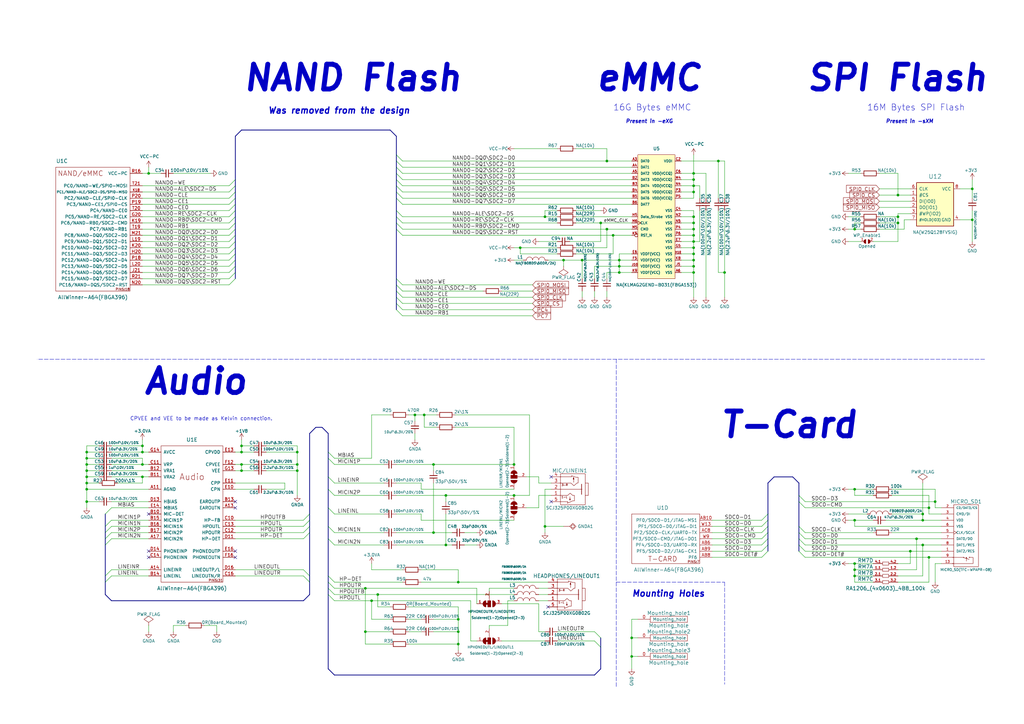
<source format=kicad_sch>
(kicad_sch (version 20231120) (generator "eeschema") (generator_version "8.0")
  (paper "A3")
  (title_block (title "A64-OLinuXino") (date "2020-02-11") (rev "G") (company "OLIMEX LTD, Bulgaria") (comment 1 "<c> 2020"))
  (junction (at 284.48 78.74))
  (junction (at 35.56 190.5))
  (junction (at 152.4 246.38))
  (junction (at 58.42 195.58))
  (junction (at 284.48 106.68))
  (junction (at 182.88 223.52))
  (junction (at 248.92 93.98))
  (junction (at 246.38 91.44))
  (junction (at 223.52 215.9))
  (junction (at 58.42 185.42))
  (junction (at 35.56 193.04))
  (junction (at 350.52 213.36))
  (junction (at 284.48 99.06))
  (junction (at 35.56 185.42))
  (junction (at 35.56 205.74))
  (junction (at 60.96 71.12))
  (junction (at 187.96 259.08))
  (junction (at 58.42 182.88))
  (junction (at 284.48 111.76))
  (junction (at 254 109.22))
  (junction (at 35.56 195.58))
  (junction (at 398.78 90.17))
  (junction (at 149.86 241.3))
  (junction (at 294.64 66.04))
  (junction (at 284.48 109.22))
  (junction (at 182.88 203.2))
  (junction (at 121.92 193.04))
  (junction (at 350.52 231.14))
  (junction (at 259.08 261.62))
  (junction (at 350.52 93.98))
  (junction (at 368.3 80.01))
  (junction (at 381 208.28))
  (junction (at 248.92 66.04))
  (junction (at 154.94 243.84))
  (junction (at 99.06 190.5))
  (junction (at 284.48 101.6))
  (junction (at 177.8 218.44))
  (junction (at 368.3 88.9))
  (junction (at 378.46 213.36))
  (junction (at 231.14 106.68))
  (junction (at 187.96 254))
  (junction (at 99.06 185.42))
  (junction (at 213.36 101.6))
  (junction (at 99.06 193.04))
  (junction (at 383.54 205.74))
  (junction (at 284.48 76.2))
  (junction (at 375.92 220.98))
  (junction (at 284.48 88.9))
  (junction (at 223.52 88.9))
  (junction (at 350.52 200.66))
  (junction (at 35.56 198.12))
  (junction (at 58.42 190.5))
  (junction (at 259.08 269.24))
  (junction (at 121.92 190.5))
  (junction (at 254 111.76))
  (junction (at 284.48 91.44))
  (junction (at 381 228.6))
  (junction (at 378.46 223.52))
  (junction (at 373.38 226.06))
  (junction (at 350.52 233.68))
  (junction (at 173.99 170.18))
  (junction (at 238.76 106.68))
  (junction (at 284.48 93.98))
  (junction (at 187.96 238.76))
  (junction (at 187.96 264.16))
  (junction (at 350.52 236.22))
  (junction (at 297.18 111.76))
  (junction (at 121.92 185.42))
  (junction (at 254 106.68))
  (junction (at 368.3 91.44))
  (junction (at 170.18 170.18))
  (junction (at 284.48 96.52))
  (junction (at 398.78 77.47))
  (junction (at 210.82 203.2))
  (junction (at 210.82 190.5))
  (junction (at 378.46 210.82))
  (junction (at 35.56 187.96))
  (junction (at 284.48 71.12))
  (junction (at 251.46 96.52))
  (junction (at 149.86 259.08))
  (junction (at 99.06 182.88))
  (junction (at 177.8 190.5))
  (junction (at 284.48 73.66))
  (junction (at 284.48 104.14))
  (junction (at 35.56 200.66))
  (no_connect (at 224.79 248.92))
  (no_connect (at 226.06 195.58))
  (no_connect (at 96.52 205.74))
  (no_connect (at 226.06 205.74))
  (no_connect (at 60.96 210.82))
  (no_connect (at 60.96 226.06))
  (no_connect (at 96.52 208.28))
  (no_connect (at 96.52 226.06))
  (no_connect (at 96.52 228.6))
  (no_connect (at 60.96 228.6))
  (bus_entry (at 134.62 243.84) (size 2.54 2.54))
  (bus_entry (at 162.56 81.28) (size 2.54 2.54))
  (bus_entry (at 134.62 236.22) (size 2.54 2.54))
  (bus_entry (at 134.62 185.42) (size 2.54 2.54))
  (bus_entry (at 45.72 236.22) (size -2.54 2.54))
  (bus_entry (at 134.62 215.9) (size 2.54 2.54))
  (bus_entry (at 162.56 68.58) (size 2.54 2.54))
  (bus_entry (at 162.56 124.46) (size 2.54 2.54))
  (bus_entry (at 96.52 91.44) (size -2.54 2.54))
  (bus_entry (at 327.66 223.52) (size 2.54 2.54))
  (bus_entry (at 96.52 111.76) (size -2.54 2.54))
  (bus_entry (at 96.52 76.2) (size -2.54 2.54))
  (bus_entry (at 127 210.82) (size -2.54 2.54))
  (bus_entry (at 96.52 93.98) (size -2.54 2.54))
  (bus_entry (at 327.66 205.74) (size 2.54 2.54))
  (bus_entry (at 96.52 73.66) (size -2.54 2.54))
  (bus_entry (at 124.46 233.68) (size 2.54 2.54))
  (bus_entry (at 96.52 101.6) (size -2.54 2.54))
  (bus_entry (at 96.52 83.82) (size -2.54 2.54))
  (bus_entry (at 96.52 109.22) (size -2.54 2.54))
  (bus_entry (at 162.56 78.74) (size 2.54 2.54))
  (bus_entry (at 162.56 66.04) (size 2.54 2.54))
  (bus_entry (at 327.66 218.44) (size 2.54 2.54))
  (bus_entry (at 96.52 81.28) (size -2.54 2.54))
  (bus_entry (at 45.72 208.28) (size -2.54 2.54))
  (bus_entry (at 134.62 208.28) (size 2.54 2.54))
  (bus_entry (at 96.52 106.68) (size -2.54 2.54))
  (bus_entry (at 45.72 218.44) (size -2.54 2.54))
  (bus_entry (at 243.84 259.08) (size 2.54 2.54))
  (bus_entry (at 162.56 91.44) (size 2.54 2.54))
  (bus_entry (at 134.62 238.76) (size 2.54 2.54))
  (bus_entry (at 45.72 233.68) (size -2.54 2.54))
  (bus_entry (at 162.56 127) (size 2.54 2.54))
  (bus_entry (at 162.56 73.66) (size 2.54 2.54))
  (bus_entry (at 134.62 195.58) (size 2.54 2.54))
  (bus_entry (at 96.52 96.52) (size -2.54 2.54))
  (bus_entry (at 127 213.36) (size -2.54 2.54))
  (bus_entry (at 327.66 203.2) (size 2.54 2.54))
  (bus_entry (at 134.62 241.3) (size 2.54 2.54))
  (bus_entry (at 96.52 114.3) (size -2.54 2.54))
  (bus_entry (at 134.62 200.66) (size 2.54 2.54))
  (bus_entry (at 162.56 116.84) (size 2.54 2.54))
  (bus_entry (at 45.72 213.36) (size -2.54 2.54))
  (bus_entry (at 327.66 215.9) (size 2.54 2.54))
  (bus_entry (at 134.62 220.98) (size 2.54 2.54))
  (bus_entry (at 314.96 215.9) (size -2.54 2.54))
  (bus_entry (at 314.96 213.36) (size -2.54 2.54))
  (bus_entry (at 127 215.9) (size -2.54 2.54))
  (bus_entry (at 45.72 220.98) (size -2.54 2.54))
  (bus_entry (at 314.96 218.44) (size -2.54 2.54))
  (bus_entry (at 243.84 262.89) (size 2.54 2.54))
  (bus_entry (at 96.52 104.14) (size -2.54 2.54))
  (bus_entry (at 127 218.44) (size -2.54 2.54))
  (bus_entry (at 162.56 119.38) (size 2.54 2.54))
  (bus_entry (at 314.96 220.98) (size -2.54 2.54))
  (bus_entry (at 314.96 226.06) (size -2.54 2.54))
  (bus_entry (at 124.46 236.22) (size 2.54 2.54))
  (bus_entry (at 327.66 226.06) (size 2.54 2.54))
  (bus_entry (at 134.62 187.96) (size 2.54 2.54))
  (bus_entry (at 162.56 86.36) (size 2.54 2.54))
  (bus_entry (at 162.56 71.12) (size 2.54 2.54))
  (bus_entry (at 327.66 220.98) (size 2.54 2.54))
  (bus_entry (at 96.52 78.74) (size -2.54 2.54))
  (bus_entry (at 162.56 76.2) (size 2.54 2.54))
  (bus_entry (at 162.56 63.5) (size 2.54 2.54))
  (bus_entry (at 314.96 210.82) (size -2.54 2.54))
  (bus_entry (at 162.56 88.9) (size 2.54 2.54))
  (bus_entry (at 96.52 88.9) (size -2.54 2.54))
  (bus_entry (at 96.52 99.06) (size -2.54 2.54))
  (bus_entry (at 162.56 121.92) (size 2.54 2.54))
  (bus_entry (at 45.72 215.9) (size -2.54 2.54))
  (bus_entry (at 162.56 114.3) (size 2.54 2.54))
  (bus_entry (at 314.96 223.52) (size -2.54 2.54))
  (bus_entry (at 162.56 93.98) (size 2.54 2.54))
  (bus_entry (at 96.52 86.36) (size -2.54 2.54))
  (wire (pts (xy 347.98 99.06) (xy 353.06 99.06)))
  (wire (pts (xy 121.92 190.5) (xy 121.92 193.04)))
  (wire (pts (xy 137.16 243.84) (xy 154.94 243.84)))
  (wire (pts (xy 210.82 246.38) (xy 208.28 246.38)))
  (bus (pts (xy 327.66 203.2) (xy 327.66 205.74)))
  (bus (pts (xy 127 236.22) (xy 127 238.76)))
  (wire (pts (xy 381 238.76) (xy 381 228.6)))
  (wire (pts (xy 88.9 256.54) (xy 88.9 259.08)))
  (wire (pts (xy 223.52 215.9) (xy 223.52 218.44)))
  (wire (pts (xy 157.48 203.2) (xy 137.16 203.2)))
  (wire (pts (xy 165.1 91.44) (xy 228.6 91.44)))
  (wire (pts (xy 121.92 190.5) (xy 109.22 190.5)))
  (wire (pts (xy 279.4 99.06) (xy 284.48 99.06)))
  (wire (pts (xy 205.74 247.65) (xy 220.98 247.65)))
  (bus (pts (xy 327.66 218.44) (xy 327.66 220.98)))
  (wire (pts (xy 381 210.82) (xy 386.08 210.82)))
  (wire (pts (xy 35.56 182.88) (xy 35.56 185.42)))
  (wire (pts (xy 165.1 66.04) (xy 248.92 66.04)))
  (wire (pts (xy 58.42 91.44) (xy 93.98 91.44)))
  (bus (pts (xy 325.12 195.58) (xy 327.66 198.12)))
  (wire (pts (xy 58.42 86.36) (xy 93.98 86.36)))
  (wire (pts (xy 381 228.6) (xy 386.08 228.6)))
  (wire (pts (xy 210.82 190.5) (xy 210.82 175.26)))
  (bus (pts (xy 96.52 109.22) (xy 96.52 111.76)))
  (wire (pts (xy 347.98 93.98) (xy 350.52 93.98)))
  (bus (pts (xy 314.96 220.98) (xy 314.96 223.52)))
  (wire (pts (xy 353.06 71.12) (xy 347.98 71.12)))
  (wire (pts (xy 165.1 116.84) (xy 218.44 116.84)))
  (wire (pts (xy 193.04 262.89) (xy 195.58 262.89)))
  (bus (pts (xy 96.52 96.52) (xy 96.52 99.06)))
  (wire (pts (xy 368.3 231.14) (xy 373.38 231.14)))
  (wire (pts (xy 284.48 99.06) (xy 284.48 101.6)))
  (wire (pts (xy 96.52 198.12) (xy 116.84 198.12)))
  (bus (pts (xy 127 177.8) (xy 127 210.82)))
  (wire (pts (xy 60.96 218.44) (xy 45.72 218.44)))
  (wire (pts (xy 58.42 71.12) (xy 60.96 71.12)))
  (wire (pts (xy 365.76 203.2) (xy 381 203.2)))
  (wire (pts (xy 360.68 80.01) (xy 368.3 80.01)))
  (wire (pts (xy 398.78 73.66) (xy 398.78 77.47)))
  (wire (pts (xy 363.22 213.36) (xy 378.46 213.36)))
  (wire (pts (xy 248.92 111.76) (xy 248.92 114.3)))
  (wire (pts (xy 177.8 198.12) (xy 177.8 218.44)))
  (wire (pts (xy 284.48 111.76) (xy 279.4 111.76)))
  (wire (pts (xy 254 104.14) (xy 259.08 104.14)))
  (wire (pts (xy 259.08 261.62) (xy 259.08 269.24)))
  (wire (pts (xy 60.96 213.36) (xy 45.72 213.36)))
  (wire (pts (xy 187.96 264.16) (xy 187.96 266.7)))
  (wire (pts (xy 149.86 259.08) (xy 149.86 264.16)))
  (wire (pts (xy 200.66 241.3) (xy 210.82 241.3)))
  (bus (pts (xy 124.46 246.38) (xy 45.72 246.38)))
  (wire (pts (xy 248.92 60.96) (xy 236.22 60.96)))
  (wire (pts (xy 368.3 91.44) (xy 368.3 99.06)))
  (wire (pts (xy 350.52 203.2) (xy 350.52 200.66)))
  (bus (pts (xy 162.56 73.66) (xy 162.56 76.2)))
  (wire (pts (xy 243.84 262.89) (xy 228.6 262.89)))
  (wire (pts (xy 284.48 104.14) (xy 279.4 104.14)))
  (wire (pts (xy 368.3 80.01) (xy 373.38 80.01)))
  (wire (pts (xy 350.52 93.98) (xy 353.06 93.98)))
  (wire (pts (xy 284.48 78.74) (xy 284.48 81.28)))
  (wire (pts (xy 368.3 71.12) (xy 368.3 80.01)))
  (wire (pts (xy 210.82 175.26) (xy 186.69 175.26)))
  (wire (pts (xy 35.56 205.74) (xy 40.64 205.74)))
  (wire (pts (xy 383.54 231.14) (xy 386.08 231.14)))
  (wire (pts (xy 233.68 99.06) (xy 246.38 99.06)))
  (wire (pts (xy 251.46 96.52) (xy 251.46 104.14)))
  (wire (pts (xy 284.48 81.28) (xy 279.4 81.28)))
  (wire (pts (xy 358.14 233.68) (xy 350.52 233.68)))
  (wire (pts (xy 170.18 177.8) (xy 170.18 180.34)))
  (wire (pts (xy 165.1 119.38) (xy 198.12 119.38)))
  (wire (pts (xy 60.96 68.58) (xy 60.96 71.12)))
  (wire (pts (xy 228.6 99.06) (xy 220.98 99.06)))
  (wire (pts (xy 165.1 71.12) (xy 259.08 71.12)))
  (bus (pts (xy 127 213.36) (xy 127 215.9)))
  (polyline (pts (xy 252.73 147.32) (xy 252.73 281.94)) (stroke (width 0) (type dash)))
  (wire (pts (xy 165.1 124.46) (xy 218.44 124.46)))
  (wire (pts (xy 182.88 210.82) (xy 182.88 223.52)))
  (wire (pts (xy 149.86 259.08) (xy 160.02 259.08)))
  (wire (pts (xy 243.84 109.22) (xy 243.84 114.3)))
  (wire (pts (xy 350.52 231.14) (xy 358.14 231.14)))
  (wire (pts (xy 223.52 86.36) (xy 223.52 88.9)))
  (wire (pts (xy 224.79 106.68) (xy 231.14 106.68)))
  (wire (pts (xy 58.42 101.6) (xy 93.98 101.6)))
  (wire (pts (xy 137.16 187.96) (xy 152.4 187.96)))
  (wire (pts (xy 261.62 261.62) (xy 259.08 261.62)))
  (wire (pts (xy 284.48 76.2) (xy 287.02 76.2)))
  (wire (pts (xy 121.92 193.04) (xy 121.92 203.2)))
  (wire (pts (xy 96.52 218.44) (xy 124.46 218.44)))
  (wire (pts (xy 35.56 182.88) (xy 40.64 182.88)))
  (bus (pts (xy 134.62 177.8) (xy 134.62 185.42)))
  (wire (pts (xy 210.82 101.6) (xy 213.36 101.6)))
  (wire (pts (xy 60.96 236.22) (xy 45.72 236.22)))
  (wire (pts (xy 60.96 220.98) (xy 45.72 220.98)))
  (wire (pts (xy 167.64 170.18) (xy 170.18 170.18)))
  (wire (pts (xy 76.2 256.54) (xy 71.12 256.54)))
  (wire (pts (xy 45.72 193.04) (xy 60.96 193.04)))
  (bus (pts (xy 162.56 88.9) (xy 162.56 91.44)))
  (wire (pts (xy 187.96 238.76) (xy 224.79 238.76)))
  (wire (pts (xy 149.86 241.3) (xy 149.86 259.08)))
  (wire (pts (xy 236.22 88.9) (xy 259.08 88.9)))
  (wire (pts (xy 284.48 63.5) (xy 284.48 71.12)))
  (bus (pts (xy 96.52 101.6) (xy 96.52 104.14)))
  (wire (pts (xy 195.58 241.3) (xy 195.58 247.65)))
  (wire (pts (xy 173.99 170.18) (xy 173.99 175.26)))
  (wire (pts (xy 167.64 248.92) (xy 187.96 248.92)))
  (wire (pts (xy 35.56 185.42) (xy 35.56 187.96)))
  (wire (pts (xy 279.4 86.36) (xy 284.48 86.36)))
  (wire (pts (xy 152.4 246.38) (xy 193.04 246.38)))
  (wire (pts (xy 208.28 246.38) (xy 208.28 256.54)))
  (wire (pts (xy 284.48 73.66) (xy 279.4 73.66)))
  (wire (pts (xy 137.16 246.38) (xy 152.4 246.38)))
  (wire (pts (xy 248.92 60.96) (xy 248.92 66.04)))
  (wire (pts (xy 368.3 88.9) (xy 368.3 91.44)))
  (bus (pts (xy 96.52 55.88) (xy 96.52 73.66)))
  (bus (pts (xy 314.96 198.12) (xy 314.96 210.82)))
  (wire (pts (xy 83.82 256.54) (xy 88.9 256.54)))
  (wire (pts (xy 378.46 236.22) (xy 378.46 223.52)))
  (wire (pts (xy 177.8 218.44) (xy 185.42 218.44)))
  (wire (pts (xy 99.06 193.04) (xy 104.14 193.04)))
  (wire (pts (xy 350.52 236.22) (xy 358.14 236.22)))
  (wire (pts (xy 231.14 109.22) (xy 231.14 106.68)))
  (bus (pts (xy 162.56 55.88) (xy 162.56 63.5)))
  (wire (pts (xy 347.98 213.36) (xy 350.52 213.36)))
  (wire (pts (xy 226.06 200.66) (xy 223.52 200.66)))
  (wire (pts (xy 45.72 208.28) (xy 60.96 208.28)))
  (wire (pts (xy 96.52 200.66) (xy 104.14 200.66)))
  (wire (pts (xy 157.48 223.52) (xy 137.16 223.52)))
  (wire (pts (xy 383.54 200.66) (xy 383.54 205.74)))
  (wire (pts (xy 214.63 106.68) (xy 210.82 106.68)))
  (wire (pts (xy 45.72 182.88) (xy 58.42 182.88)))
  (wire (pts (xy 294.64 66.04) (xy 297.18 66.04)))
  (wire (pts (xy 284.48 109.22) (xy 284.48 111.76)))
  (wire (pts (xy 350.52 233.68) (xy 350.52 236.22)))
  (wire (pts (xy 157.48 190.5) (xy 137.16 190.5)))
  (bus (pts (xy 314.96 218.44) (xy 314.96 220.98)))
  (bus (pts (xy 162.56 86.36) (xy 162.56 88.9)))
  (wire (pts (xy 330.2 228.6) (xy 381 228.6)))
  (wire (pts (xy 99.06 180.34) (xy 99.06 182.88)))
  (wire (pts (xy 220.98 243.84) (xy 224.79 243.84)))
  (wire (pts (xy 330.2 205.74) (xy 383.54 205.74)))
  (bus (pts (xy 127 210.82) (xy 127 213.36)))
  (wire (pts (xy 193.04 246.38) (xy 193.04 262.89)))
  (bus (pts (xy 43.18 220.98) (xy 43.18 223.52)))
  (wire (pts (xy 60.96 233.68) (xy 45.72 233.68)))
  (bus (pts (xy 96.52 99.06) (xy 96.52 101.6)))
  (wire (pts (xy 71.12 256.54) (xy 71.12 259.08)))
  (wire (pts (xy 58.42 180.34) (xy 58.42 182.88)))
  (wire (pts (xy 60.96 71.12) (xy 66.04 71.12)))
  (wire (pts (xy 99.06 182.88) (xy 99.06 185.42)))
  (wire (pts (xy 99.06 190.5) (xy 104.14 190.5)))
  (wire (pts (xy 292.1 223.52) (xy 312.42 223.52)))
  (wire (pts (xy 370.84 93.98) (xy 360.68 93.98)))
  (wire (pts (xy 154.94 243.84) (xy 210.82 243.84)))
  (wire (pts (xy 238.76 121.92) (xy 238.76 119.38)))
  (wire (pts (xy 208.28 256.54) (xy 200.66 256.54)))
  (wire (pts (xy 116.84 198.12) (xy 116.84 200.66)))
  (wire (pts (xy 368.3 236.22) (xy 378.46 236.22)))
  (bus (pts (xy 327.66 220.98) (xy 327.66 223.52)))
  (wire (pts (xy 248.92 93.98) (xy 259.08 93.98)))
  (bus (pts (xy 134.62 195.58) (xy 134.62 200.66)))
  (wire (pts (xy 177.8 190.5) (xy 210.82 190.5)))
  (wire (pts (xy 243.84 121.92) (xy 243.84 119.38)))
  (wire (pts (xy 226.06 203.2) (xy 220.98 203.2)))
  (wire (pts (xy 182.88 203.2) (xy 210.82 203.2)))
  (wire (pts (xy 172.72 198.12) (xy 172.72 200.66)))
  (wire (pts (xy 205.74 262.89) (xy 223.52 262.89)))
  (wire (pts (xy 381 203.2) (xy 381 208.28)))
  (wire (pts (xy 170.18 170.18) (xy 173.99 170.18)))
  (wire (pts (xy 330.2 220.98) (xy 375.92 220.98)))
  (bus (pts (xy 134.62 215.9) (xy 134.62 220.98)))
  (wire (pts (xy 104.14 182.88) (xy 99.06 182.88)))
  (wire (pts (xy 279.4 71.12) (xy 284.48 71.12)))
  (wire (pts (xy 386.08 218.44) (xy 365.76 218.44)))
  (wire (pts (xy 170.18 170.18) (xy 170.18 172.72)))
  (wire (pts (xy 35.56 190.5) (xy 35.56 193.04)))
  (wire (pts (xy 58.42 114.3) (xy 93.98 114.3)))
  (wire (pts (xy 287.02 76.2) (xy 287.02 81.28)))
  (wire (pts (xy 292.1 226.06) (xy 312.42 226.06)))
  (wire (pts (xy 251.46 104.14) (xy 236.22 104.14)))
  (wire (pts (xy 40.64 185.42) (xy 35.56 185.42)))
  (wire (pts (xy 121.92 182.88) (xy 121.92 185.42)))
  (wire (pts (xy 182.88 223.52) (xy 185.42 223.52)))
  (bus (pts (xy 134.62 238.76) (xy 134.62 241.3)))
  (wire (pts (xy 378.46 210.82) (xy 378.46 213.36)))
  (wire (pts (xy 350.52 231.14) (xy 350.52 233.68)))
  (bus (pts (xy 96.52 73.66) (xy 96.52 76.2)))
  (bus (pts (xy 162.56 63.5) (xy 162.56 66.04)))
  (wire (pts (xy 58.42 109.22) (xy 93.98 109.22)))
  (wire (pts (xy 58.42 88.9) (xy 93.98 88.9)))
  (wire (pts (xy 294.64 66.04) (xy 294.64 81.28)))
  (wire (pts (xy 217.17 170.18) (xy 186.69 170.18)))
  (wire (pts (xy 368.3 99.06) (xy 358.14 99.06)))
  (wire (pts (xy 284.48 106.68) (xy 284.48 109.22)))
  (bus (pts (xy 134.62 236.22) (xy 134.62 238.76)))
  (bus (pts (xy 96.52 55.88) (xy 99.06 53.34)))
  (wire (pts (xy 228.6 259.08) (xy 243.84 259.08)))
  (wire (pts (xy 368.3 238.76) (xy 381 238.76)))
  (bus (pts (xy 134.62 243.84) (xy 134.62 274.32)))
  (wire (pts (xy 109.22 185.42) (xy 121.92 185.42)))
  (wire (pts (xy 261.62 254) (xy 259.08 254)))
  (bus (pts (xy 43.18 236.22) (xy 43.18 238.76)))
  (wire (pts (xy 195.58 218.44) (xy 190.5 218.44)))
  (wire (pts (xy 187.96 264.16) (xy 167.64 264.16)))
  (bus (pts (xy 96.52 106.68) (xy 96.52 109.22)))
  (wire (pts (xy 35.56 195.58) (xy 35.56 198.12)))
  (wire (pts (xy 236.22 91.44) (xy 246.38 91.44)))
  (wire (pts (xy 284.48 71.12) (xy 289.56 71.12)))
  (wire (pts (xy 220.98 259.08) (xy 223.52 259.08)))
  (bus (pts (xy 162.56 78.74) (xy 162.56 81.28)))
  (wire (pts (xy 386.08 215.9) (xy 350.52 215.9)))
  (wire (pts (xy 165.1 83.82) (xy 259.08 83.82)))
  (wire (pts (xy 152.4 187.96) (xy 152.4 170.18)))
  (wire (pts (xy 162.56 223.52) (xy 182.88 223.52)))
  (wire (pts (xy 284.48 93.98) (xy 279.4 93.98)))
  (bus (pts (xy 314.96 223.52) (xy 314.96 226.06)))
  (bus (pts (xy 96.52 91.44) (xy 96.52 93.98)))
  (wire (pts (xy 152.4 170.18) (xy 160.02 170.18)))
  (wire (pts (xy 165.1 88.9) (xy 223.52 88.9)))
  (wire (pts (xy 162.56 198.12) (xy 172.72 198.12)))
  (wire (pts (xy 378.46 213.36) (xy 386.08 213.36)))
  (wire (pts (xy 172.72 233.68) (xy 187.96 233.68)))
  (bus (pts (xy 96.52 83.82) (xy 96.52 86.36)))
  (wire (pts (xy 137.16 210.82) (xy 157.48 210.82)))
  (bus (pts (xy 162.56 81.28) (xy 162.56 86.36)))
  (wire (pts (xy 167.64 259.08) (xy 172.72 259.08)))
  (wire (pts (xy 58.42 106.68) (xy 93.98 106.68)))
  (wire (pts (xy 353.06 91.44) (xy 350.52 91.44)))
  (wire (pts (xy 35.56 198.12) (xy 35.56 200.66)))
  (wire (pts (xy 284.48 104.14) (xy 284.48 106.68)))
  (wire (pts (xy 121.92 193.04) (xy 109.22 193.04)))
  (wire (pts (xy 109.22 182.88) (xy 121.92 182.88)))
  (wire (pts (xy 165.1 233.68) (xy 152.4 233.68)))
  (bus (pts (xy 162.56 124.46) (xy 162.56 127)))
  (wire (pts (xy 279.4 76.2) (xy 284.48 76.2)))
  (wire (pts (xy 284.48 86.36) (xy 284.48 88.9)))
  (wire (pts (xy 165.1 96.52) (xy 251.46 96.52)))
  (wire (pts (xy 220.98 241.3) (xy 224.79 241.3)))
  (bus (pts (xy 134.62 241.3) (xy 134.62 243.84)))
  (wire (pts (xy 165.1 127) (xy 218.44 127)))
  (wire (pts (xy 347.98 200.66) (xy 350.52 200.66)))
  (polyline (pts (xy 252.73 238.76) (xy 297.18 238.76)) (stroke (width 0) (type dash)))
  (wire (pts (xy 116.84 200.66) (xy 109.22 200.66)))
  (wire (pts (xy 152.4 254) (xy 152.4 246.38)))
  (bus (pts (xy 99.06 53.34) (xy 160.02 53.34)))
  (wire (pts (xy 58.42 187.96) (xy 58.42 190.5)))
  (wire (pts (xy 220.98 208.28) (xy 215.9 208.28)))
  (wire (pts (xy 373.38 85.09) (xy 360.68 85.09)))
  (wire (pts (xy 96.52 236.22) (xy 124.46 236.22)))
  (bus (pts (xy 96.52 78.74) (xy 96.52 81.28)))
  (wire (pts (xy 154.94 248.92) (xy 154.94 243.84)))
  (bus (pts (xy 162.56 114.3) (xy 162.56 116.84)))
  (wire (pts (xy 220.98 203.2) (xy 220.98 208.28)))
  (wire (pts (xy 35.56 193.04) (xy 35.56 195.58)))
  (wire (pts (xy 220.98 195.58) (xy 220.98 198.12)))
  (wire (pts (xy 60.96 256.54) (xy 60.96 259.08)))
  (wire (pts (xy 254 106.68) (xy 259.08 106.68)))
  (wire (pts (xy 60.96 215.9) (xy 45.72 215.9)))
  (wire (pts (xy 373.38 82.55) (xy 360.68 82.55)))
  (bus (pts (xy 327.66 223.52) (xy 327.66 226.06)))
  (wire (pts (xy 195.58 223.52) (xy 190.5 223.52)))
  (wire (pts (xy 173.99 170.18) (xy 179.07 170.18)))
  (wire (pts (xy 373.38 90.17) (xy 370.84 90.17)))
  (wire (pts (xy 381 208.28) (xy 381 210.82)))
  (wire (pts (xy 365.76 200.66) (xy 383.54 200.66)))
  (wire (pts (xy 162.56 190.5) (xy 177.8 190.5)))
  (polyline (pts (xy 297.18 238.76) (xy 297.18 280.67)) (stroke (width 0) (type dash)))
  (wire (pts (xy 220.98 198.12) (xy 226.06 198.12)))
  (wire (pts (xy 149.86 241.3) (xy 195.58 241.3)))
  (wire (pts (xy 137.16 198.12) (xy 157.48 198.12)))
  (bus (pts (xy 162.56 93.98) (xy 162.56 114.3)))
  (bus (pts (xy 162.56 68.58) (xy 162.56 71.12)))
  (wire (pts (xy 284.48 93.98) (xy 284.48 96.52)))
  (wire (pts (xy 58.42 81.28) (xy 93.98 81.28)))
  (wire (pts (xy 284.48 96.52) (xy 279.4 96.52)))
  (wire (pts (xy 45.72 187.96) (xy 58.42 187.96)))
  (bus (pts (xy 134.62 200.66) (xy 134.62 208.28)))
  (bus (pts (xy 96.52 76.2) (xy 96.52 78.74)))
  (wire (pts (xy 246.38 99.06) (xy 246.38 91.44)))
  (wire (pts (xy 238.76 106.68) (xy 254 106.68)))
  (bus (pts (xy 162.56 119.38) (xy 162.56 121.92)))
  (bus (pts (xy 96.52 93.98) (xy 96.52 96.52)))
  (wire (pts (xy 215.9 195.58) (xy 220.98 195.58)))
  (wire (pts (xy 48.26 198.12) (xy 58.42 198.12)))
  (wire (pts (xy 261.62 269.24) (xy 259.08 269.24)))
  (bus (pts (xy 162.56 66.04) (xy 162.56 68.58)))
  (bus (pts (xy 327.66 215.9) (xy 327.66 218.44)))
  (wire (pts (xy 165.1 129.54) (xy 218.44 129.54)))
  (wire (pts (xy 378.46 198.12) (xy 378.46 210.82)))
  (bus (pts (xy 134.62 274.32) (xy 137.16 276.86)))
  (bus (pts (xy 314.96 213.36) (xy 314.96 215.9)))
  (wire (pts (xy 254 106.68) (xy 254 109.22)))
  (wire (pts (xy 347.98 210.82) (xy 355.6 210.82)))
  (wire (pts (xy 243.84 109.22) (xy 254 109.22)))
  (wire (pts (xy 347.98 231.14) (xy 350.52 231.14)))
  (wire (pts (xy 236.22 86.36) (xy 246.38 86.36)))
  (bus (pts (xy 162.56 121.92) (xy 162.56 124.46)))
  (bus (pts (xy 134.62 220.98) (xy 134.62 236.22)))
  (wire (pts (xy 284.48 101.6) (xy 279.4 101.6)))
  (wire (pts (xy 292.1 220.98) (xy 312.42 220.98)))
  (bus (pts (xy 134.62 185.42) (xy 134.62 187.96)))
  (wire (pts (xy 248.92 93.98) (xy 248.92 101.6)))
  (wire (pts (xy 213.36 101.6) (xy 228.6 101.6)))
  (bus (pts (xy 43.18 238.76) (xy 43.18 243.84)))
  (wire (pts (xy 254 109.22) (xy 259.08 109.22)))
  (wire (pts (xy 58.42 99.06) (xy 93.98 99.06)))
  (bus (pts (xy 162.56 71.12) (xy 162.56 73.66)))
  (wire (pts (xy 284.48 91.44) (xy 284.48 93.98)))
  (bus (pts (xy 96.52 88.9) (xy 96.52 91.44)))
  (wire (pts (xy 45.72 195.58) (xy 58.42 195.58)))
  (wire (pts (xy 172.72 238.76) (xy 187.96 238.76)))
  (wire (pts (xy 287.02 99.06) (xy 287.02 86.36)))
  (wire (pts (xy 58.42 83.82) (xy 93.98 83.82)))
  (wire (pts (xy 393.7 77.47) (xy 398.78 77.47)))
  (wire (pts (xy 137.16 241.3) (xy 149.86 241.3)))
  (wire (pts (xy 238.76 106.68) (xy 238.76 114.3)))
  (wire (pts (xy 254 104.14) (xy 254 106.68)))
  (wire (pts (xy 187.96 248.92) (xy 187.96 254)))
  (wire (pts (xy 160.02 248.92) (xy 154.94 248.92)))
  (wire (pts (xy 393.7 90.17) (xy 398.78 90.17)))
  (wire (pts (xy 177.8 254) (xy 187.96 254)))
  (wire (pts (xy 165.1 76.2) (xy 259.08 76.2)))
  (wire (pts (xy 35.56 200.66) (xy 60.96 200.66)))
  (wire (pts (xy 152.4 233.68) (xy 152.4 231.14)))
  (bus (pts (xy 43.18 215.9) (xy 43.18 218.44)))
  (wire (pts (xy 292.1 213.36) (xy 312.42 213.36)))
  (bus (pts (xy 314.96 198.12) (xy 317.5 195.58)))
  (wire (pts (xy 172.72 213.36) (xy 172.72 210.82)))
  (wire (pts (xy 165.1 81.28) (xy 259.08 81.28)))
  (wire (pts (xy 383.54 205.74) (xy 383.54 208.28)))
  (wire (pts (xy 58.42 190.5) (xy 60.96 190.5)))
  (wire (pts (xy 254 109.22) (xy 254 111.76)))
  (bus (pts (xy 134.62 208.28) (xy 134.62 215.9)))
  (wire (pts (xy 182.88 203.2) (xy 182.88 205.74)))
  (wire (pts (xy 284.48 99.06) (xy 287.02 99.06)))
  (wire (pts (xy 360.68 71.12) (xy 368.3 71.12)))
  (wire (pts (xy 210.82 213.36) (xy 172.72 213.36)))
  (bus (pts (xy 127 215.9) (xy 127 218.44)))
  (wire (pts (xy 121.92 185.42) (xy 121.92 190.5)))
  (wire (pts (xy 157.48 218.44) (xy 137.16 218.44)))
  (bus (pts (xy 137.16 276.86) (xy 243.84 276.86)))
  (wire (pts (xy 284.48 111.76) (xy 284.48 121.92)))
  (wire (pts (xy 58.42 185.42) (xy 60.96 185.42)))
  (bus (pts (xy 96.52 111.76) (xy 96.52 114.3)))
  (wire (pts (xy 284.48 109.22) (xy 279.4 109.22)))
  (bus (pts (xy 129.54 175.26) (xy 127 177.8)))
  (bus (pts (xy 43.18 218.44) (xy 43.18 220.98)))
  (wire (pts (xy 294.64 111.76) (xy 297.18 111.76)))
  (wire (pts (xy 99.06 185.42) (xy 104.14 185.42)))
  (wire (pts (xy 228.6 86.36) (xy 223.52 86.36)))
  (wire (pts (xy 200.66 242.57) (xy 200.66 241.3)))
  (wire (pts (xy 292.1 215.9) (xy 312.42 215.9)))
  (wire (pts (xy 294.64 86.36) (xy 294.64 111.76)))
  (bus (pts (xy 246.38 274.32) (xy 243.84 276.86)))
  (wire (pts (xy 223.52 200.66) (xy 223.52 215.9)))
  (bus (pts (xy 127 218.44) (xy 127 236.22)))
  (wire (pts (xy 58.42 198.12) (xy 58.42 195.58)))
  (wire (pts (xy 368.3 233.68) (xy 375.92 233.68)))
  (wire (pts (xy 58.42 104.14) (xy 93.98 104.14)))
  (wire (pts (xy 35.56 187.96) (xy 40.64 187.96)))
  (bus (pts (xy 45.72 246.38) (xy 43.18 243.84)))
  (wire (pts (xy 165.1 68.58) (xy 259.08 68.58)))
  (wire (pts (xy 172.72 210.82) (xy 162.56 210.82)))
  (wire (pts (xy 248.92 111.76) (xy 254 111.76)))
  (wire (pts (xy 370.84 90.17) (xy 370.84 93.98)))
  (wire (pts (xy 210.82 203.2) (xy 217.17 203.2)))
  (wire (pts (xy 383.54 238.76) (xy 383.54 231.14)))
  (wire (pts (xy 248.92 101.6) (xy 236.22 101.6)))
  (wire (pts (xy 284.48 78.74) (xy 279.4 78.74)))
  (wire (pts (xy 279.4 66.04) (xy 294.64 66.04)))
  (wire (pts (xy 173.99 175.26) (xy 179.07 175.26)))
  (wire (pts (xy 187.96 259.08) (xy 177.8 259.08)))
  (wire (pts (xy 289.56 86.36) (xy 289.56 121.92)))
  (wire (pts (xy 350.52 238.76) (xy 358.14 238.76)))
  (bus (pts (xy 127 238.76) (xy 127 243.84)))
  (wire (pts (xy 251.46 96.52) (xy 259.08 96.52)))
  (wire (pts (xy 162.56 203.2) (xy 182.88 203.2)))
  (wire (pts (xy 368.3 91.44) (xy 360.68 91.44)))
  (wire (pts (xy 149.86 264.16) (xy 160.02 264.16)))
  (bus (pts (xy 43.18 223.52) (xy 43.18 236.22)))
  (wire (pts (xy 350.52 91.44) (xy 350.52 93.98)))
  (bus (pts (xy 314.96 215.9) (xy 314.96 218.44)))
  (wire (pts (xy 96.52 233.68) (xy 124.46 233.68)))
  (wire (pts (xy 35.56 205.74) (xy 35.56 208.28)))
  (wire (pts (xy 368.3 87.63) (xy 368.3 88.9)))
  (wire (pts (xy 284.48 106.68) (xy 279.4 106.68)))
  (wire (pts (xy 187.96 233.68) (xy 187.96 238.76)))
  (bus (pts (xy 127 243.84) (xy 124.46 246.38)))
  (wire (pts (xy 160.02 254) (xy 152.4 254)))
  (wire (pts (xy 165.1 93.98) (xy 248.92 93.98)))
  (wire (pts (xy 35.56 200.66) (xy 35.56 205.74)))
  (wire (pts (xy 279.4 88.9) (xy 284.48 88.9)))
  (wire (pts (xy 220.98 247.65) (xy 220.98 259.08)))
  (wire (pts (xy 96.52 190.5) (xy 99.06 190.5)))
  (wire (pts (xy 360.68 88.9) (xy 368.3 88.9)))
  (wire (pts (xy 165.1 238.76) (xy 137.16 238.76)))
  (wire (pts (xy 231.14 215.9) (xy 223.52 215.9)))
  (wire (pts (xy 35.56 195.58) (xy 40.64 195.58)))
  (wire (pts (xy 246.38 91.44) (xy 259.08 91.44)))
  (wire (pts (xy 96.52 213.36) (xy 124.46 213.36)))
  (wire (pts (xy 350.52 215.9) (xy 350.52 213.36)))
  (wire (pts (xy 398.78 77.47) (xy 398.78 81.28)))
  (wire (pts (xy 284.48 101.6) (xy 284.48 104.14)))
  (wire (pts (xy 35.56 187.96) (xy 35.56 190.5)))
  (bus (pts (xy 314.96 210.82) (xy 314.96 213.36)))
  (wire (pts (xy 398.78 86.36) (xy 398.78 90.17)))
  (wire (pts (xy 177.8 190.5) (xy 177.8 193.04)))
  (wire (pts (xy 96.52 215.9) (xy 124.46 215.9)))
  (wire (pts (xy 165.1 73.66) (xy 259.08 73.66)))
  (wire (pts (xy 187.96 259.08) (xy 187.96 264.16)))
  (wire (pts (xy 284.48 88.9) (xy 284.48 91.44)))
  (polyline (pts (xy 403.86 147.32) (xy 15.24 147.32)) (stroke (width 0) (type dash)))
  (wire (pts (xy 373.38 77.47) (xy 360.68 77.47)))
  (wire (pts (xy 350.52 200.66) (xy 358.14 200.66)))
  (wire (pts (xy 58.42 78.74) (xy 93.98 78.74)))
  (wire (pts (xy 297.18 86.36) (xy 297.18 111.76)))
  (wire (pts (xy 330.2 226.06) (xy 373.38 226.06)))
  (wire (pts (xy 213.36 104.14) (xy 228.6 104.14)))
  (wire (pts (xy 284.48 73.66) (xy 284.48 76.2)))
  (wire (pts (xy 292.1 228.6) (xy 312.42 228.6)))
  (wire (pts (xy 365.76 210.82) (xy 378.46 210.82)))
  (wire (pts (xy 373.38 226.06) (xy 386.08 226.06)))
  (wire (pts (xy 187.96 254) (xy 187.96 259.08)))
  (wire (pts (xy 223.52 88.9) (xy 228.6 88.9)))
  (wire (pts (xy 398.78 90.17) (xy 398.78 99.06)))
  (bus (pts (xy 317.5 195.58) (xy 325.12 195.58)))
  (bus (pts (xy 162.56 76.2) (xy 162.56 78.74)))
  (wire (pts (xy 45.72 190.5) (xy 58.42 190.5)))
  (bus (pts (xy 246.38 261.62) (xy 246.38 265.43)))
  (wire (pts (xy 162.56 218.44) (xy 177.8 218.44)))
  (wire (pts (xy 284.48 71.12) (xy 284.48 73.66)))
  (wire (pts (xy 58.42 116.84) (xy 93.98 116.84)))
  (wire (pts (xy 35.56 190.5) (xy 40.64 190.5)))
  (wire (pts (xy 58.42 111.76) (xy 93.98 111.76)))
  (wire (pts (xy 96.52 185.42) (xy 99.06 185.42)))
  (wire (pts (xy 259.08 269.24) (xy 259.08 274.32)))
  (bus (pts (xy 160.02 53.34) (xy 162.56 55.88)))
  (wire (pts (xy 35.56 198.12) (xy 40.64 198.12)))
  (wire (pts (xy 99.06 190.5) (xy 99.06 193.04)))
  (wire (pts (xy 289.56 71.12) (xy 289.56 81.28)))
  (wire (pts (xy 45.72 205.74) (xy 60.96 205.74)))
  (wire (pts (xy 330.2 208.28) (xy 381 208.28)))
  (wire (pts (xy 358.14 203.2) (xy 350.52 203.2)))
  (wire (pts (xy 165.1 78.74) (xy 259.08 78.74)))
  (wire (pts (xy 330.2 223.52) (xy 378.46 223.52)))
  (wire (pts (xy 330.2 218.44) (xy 358.14 218.44)))
  (bus (pts (xy 246.38 265.43) (xy 246.38 274.32)))
  (bus (pts (xy 327.66 205.74) (xy 327.66 215.9)))
  (bus (pts (xy 96.52 81.28) (xy 96.52 83.82)))
  (wire (pts (xy 210.82 60.96) (xy 228.6 60.96)))
  (wire (pts (xy 284.48 91.44) (xy 279.4 91.44)))
  (wire (pts (xy 172.72 254) (xy 167.64 254)))
  (wire (pts (xy 248.92 66.04) (xy 259.08 66.04)))
  (wire (pts (xy 375.92 220.98) (xy 386.08 220.98)))
  (wire (pts (xy 165.1 121.92) (xy 218.44 121.92)))
  (bus (pts (xy 96.52 104.14) (xy 96.52 106.68)))
  (wire (pts (xy 353.06 88.9) (xy 347.98 88.9)))
  (bus (pts (xy 327.66 198.12) (xy 327.66 203.2)))
  (wire (pts (xy 205.74 119.38) (xy 218.44 119.38)))
  (wire (pts (xy 58.42 96.52) (xy 93.98 96.52)))
  (wire (pts (xy 58.42 195.58) (xy 60.96 195.58)))
  (wire (pts (xy 200.66 256.54) (xy 200.66 257.81)))
  (wire (pts (xy 350.52 236.22) (xy 350.52 238.76)))
  (wire (pts (xy 350.52 213.36) (xy 358.14 213.36)))
  (bus (pts (xy 96.52 86.36) (xy 96.52 88.9)))
  (wire (pts (xy 96.52 193.04) (xy 99.06 193.04)))
  (wire (pts (xy 248.92 121.92) (xy 248.92 119.38)))
  (wire (pts (xy 71.12 71.12) (xy 86.36 71.12)))
  (wire (pts (xy 284.48 76.2) (xy 284.48 78.74)))
  (wire (pts (xy 297.18 111.76) (xy 297.18 121.92)))
  (wire (pts (xy 383.54 208.28) (xy 386.08 208.28)))
  (wire (pts (xy 254 111.76) (xy 259.08 111.76)))
  (wire (pts (xy 375.92 233.68) (xy 375.92 220.98)))
  (bus (pts (xy 43.18 210.82) (xy 43.18 215.9)))
  (bus (pts (xy 134.62 177.8) (xy 132.08 175.26)))
  (wire (pts (xy 172.72 200.66) (xy 210.82 200.66)))
  (wire (pts (xy 373.38 87.63) (xy 368.3 87.63)))
  (wire (pts (xy 378.46 223.52) (xy 386.08 223.52)))
  (wire (pts (xy 231.14 106.68) (xy 238.76 106.68)))
  (wire (pts (xy 217.17 203.2) (xy 217.17 170.18)))
  (bus (pts (xy 162.56 91.44) (xy 162.56 93.98)))
  (wire (pts (xy 213.36 101.6) (xy 213.36 104.14)))
  (wire (pts (xy 58.42 76.2) (xy 93.98 76.2)))
  (wire (pts (xy 58.42 93.98) (xy 93.98 93.98)))
  (wire (pts (xy 220.98 246.38) (xy 224.79 246.38)))
  (wire (pts (xy 284.48 96.52) (xy 284.48 99.06)))
  (wire (pts (xy 35.56 193.04) (xy 40.64 193.04)))
  (bus (pts (xy 162.56 116.84) (xy 162.56 119.38)))
  (wire (pts (xy 58.42 182.88) (xy 58.42 185.42)))
  (bus (pts (xy 134.62 187.96) (xy 134.62 195.58)))
  (wire (pts (xy 96.52 220.98) (xy 124.46 220.98)))
  (wire (pts (xy 297.18 66.04) (xy 297.18 81.28)))
  (wire (pts (xy 292.1 218.44) (xy 312.42 218.44)))
  (wire (pts (xy 373.38 231.14) (xy 373.38 226.06)))
  (wire (pts (xy 45.72 185.42) (xy 58.42 185.42)))
  (wire (pts (xy 259.08 254) (xy 259.08 261.62)))
  (bus (pts (xy 132.08 175.26) (xy 129.54 175.26)))
  (text "Present in -sXM\n" (at 363.22 50.8 0) (effects (font (size 1.524 1.524) (thickness 0.3048) (bold yes) (italic yes)) (justify left bottom)))
  (text "SPI Flash\n" (at 330.2 38.1 0) (effects (font (size 10.16 10.16) (thickness 2.032) (bold yes) (italic yes)) (justify left bottom)))
  (text "eMMC" (at 243.84 38.1 0) (effects (font (size 10.16 10.16) (thickness 2.032) (bold yes) (italic yes)) (justify left bottom)))
  (text "Audio" (at 58.42 162.56 0) (effects (font (size 10.16 10.16) (thickness 2.032) (bold yes) (italic yes)) (justify left bottom)))
  (text "Was removed from the design\n" (at 109.855 46.99 0) (effects (font (size 2.54 2.54) (thickness 0.508) (bold yes) (italic yes)) (justify left bottom)))
  (text "Mounting Holes" (at 259.08 245.11 0) (effects (font (size 2.54 2.54) (thickness 0.508) (bold yes) (italic yes)) (justify left bottom)))
  (text "16G Bytes eMMC\n" (at 251.46 45.72 0) (effects (font (size 2.54 2.54)) (justify left bottom)))
  (text "CPVEE and VEE to be made as Kelvin connection." (at 53.34 172.72 0) (effects (font (size 1.524 1.524)) (justify left bottom)))
  (text "NAND Flash" (at 99.06 38.1 0) (effects (font (size 10.16 10.16) (thickness 2.032) (bold yes) (italic yes)) (justify left bottom)))
  (text "Present in -eXG\n" (at 256.54 50.8 0) (effects (font (size 1.524 1.524) (thickness 0.3048) (bold yes) (italic yes)) (justify left bottom)))
  (text "16M Bytes SPI Flash\n" (at 355.6 45.72 0) (effects (font (size 2.54 2.54)) (justify left bottom)))
  (text "T-Card" (at 294.64 180.34 0) (effects (font (size 10.16 10.16) (thickness 2.032) (bold yes) (italic yes)) (justify left bottom)))
  (label "NAND0-WE" (at 63.5 76.2 0) (effects (font (size 1.524 1.524))))
  (label "eMMC_CLK" (at 247.65 91.44 0))
  (label "MICIN1N" (at 48.26 215.9 0) (effects (font (size 1.524 1.524))))
  (label "HPOUTR" (at 139.065 241.3 0) (effects (font (size 1.524 1.524))))
  (label "SDC0-D3" (at 297.18 223.52 0) (effects (font (size 1.524 1.524))))
  (label "NAND0-DQ7\\SDC2-D7" (at 185.42 83.82 0) (effects (font (size 1.524 1.524))))
  (label "MICIN2N" (at 48.26 220.98 0) (effects (font (size 1.524 1.524))))
  (label "HPOUTFB" (at 106.68 213.36 0) (effects (font (size 1.524 1.524))))
  (label "LINEINR" (at 48.26 233.68 0) (effects (font (size 1.524 1.524))))
  (label "SDC0-D2" (at 332.74 226.06 0) (effects (font (size 1.524 1.524))))
  (label "LINEINL" (at 48.26 236.22 0) (effects (font (size 1.524 1.524))))
  (label "SDC0-CLK" (at 332.74 218.44 0) (effects (font (size 1.524 1.524))))
  (label "LINEINR" (at 138.43 198.12 0) (effects (font (size 1.524 1.524))))
  (label "NAND0-DQ3\\SDC2-D3" (at 185.42 73.66 0) (effects (font (size 1.524 1.524))))
  (label "NAND0-CE1" (at 63.5 83.82 0) (effects (font (size 1.524 1.524))))
  (label "SDC0-D1" (at 297.18 213.36 0) (effects (font (size 1.524 1.524))))
  (label "MICIN1P" (at 138.43 190.5 0) (effects (font (size 1.524 1.524))))
  (label "NAND0-DQ4\\SDC2-D4" (at 185.42 76.2 0) (effects (font (size 1.524 1.524))))
  (label "NAND0-DQ2\\SDC2-D2" (at 63.5 101.6 0) (effects (font (size 1.524 1.524))))
  (label "NAND0-DQ1\\SDC2-D1" (at 63.5 99.06 0) (effects (font (size 1.524 1.524))))
  (label "MICIN2P" (at 48.26 218.44 0) (effects (font (size 1.524 1.524))))
  (label "NAND0-ALE\\SDC2-DS" (at 63.5 78.74 0) (effects (font (size 1.524 1.524))))
  (label "NAND0-DQ5\\SDC2-D5" (at 63.5 109.22 0) (effects (font (size 1.524 1.524))))
  (label "MICIN2P" (at 138.43 203.2 0) (effects (font (size 1.524 1.524))))
  (label "LINEOUTR" (at 104.14 236.22 0) (effects (font (size 1.524 1.524))))
  (label "SDC0-CMD" (at 332.74 208.28 0) (effects (font (size 1.524 1.524))))
  (label "NAND0-RB0\\SDC2-CMD" (at 185.42 93.98 0) (effects (font (size 1.524 1.524))))
  (label "HPOUTR" (at 106.68 218.44 0) (effects (font (size 1.524 1.524))))
  (label "LINEINL" (at 138.43 210.82 0) (effects (font (size 1.524 1.524))))
  (label "NAND0-CE0" (at 63.5 86.36 0) (effects (font (size 1.524 1.524))))
  (label "NAND0-DQ5\\SDC2-D5" (at 185.42 78.74 0) (effects (font (size 1.524 1.524))))
  (label "LINEOUTL" (at 228.6 262.89 0) (effects (font (size 1.524 1.524))))
  (label "MICIN2N" (at 138.43 223.52 0) (effects (font (size 1.524 1.524))))
  (label "MICIN1N" (at 138.43 218.44 0) (effects (font (size 1.524 1.524))))
  (label "HPOUTL" (at 106.68 215.9 0) (effects (font (size 1.524 1.524))))
  (label "NAND0-CE1" (at 170.18 124.46 0) (effects (font (size 1.524 1.524))))
  (label "NAND0-RB0\\SDC2-CMD" (at 63.5 91.44 0) (effects (font (size 1.524 1.524))))
  (label "SDC0-CMD" (at 297.18 220.98 0) (effects (font (size 1.524 1.524))))
  (label "NAND0-RB1" (at 63.5 93.98 0) (effects (font (size 1.524 1.524))))
  (label "NAND0-DQ1\\SDC2-D1" (at 185.42 68.58 0) (effects (font (size 1.524 1.524))))
  (label "HPOUTFB" (at 139.065 243.84 0) (effects (font (size 1.524 1.524))))
  (label "LINEOUTR" (at 228.6 259.08 0) (effects (font (size 1.524 1.524))))
  (label "NAND0-DQ6\\SDC2-D6" (at 185.42 81.28 0) (effects (font (size 1.524 1.524))))
  (label "NAND0-DQ0\\SDC2-D0" (at 185.42 66.04 0) (effects (font (size 1.524 1.524))))
  (label "SDC0-CLK" (at 297.18 218.44 0) (effects (font (size 1.524 1.524))))
  (label "NAND0-DQS\\SDC2-RST" (at 185.42 96.52 0) (effects (font (size 1.524 1.524))))
  (label "NAND0-CLE" (at 170.18 121.92 0) (effects (font (size 1.524 1.524))))
  (label "NAND0-DQ0\\SDC2-D0" (at 63.5 96.52 0) (effects (font (size 1.524 1.524))))
  (label "NAND0-DQ3\\SDC2-D3" (at 63.5 104.14 0) (effects (font (size 1.524 1.524))))
  (label "NAND0-RB1" (at 170.18 129.54 0) (effects (font (size 1.524 1.524))))
  (label "SDC0-DET#" (at 332.74 228.6 0) (effects (font (size 1.524 1.524))))
  (label "NAND0-RE\\SDC2-CLK" (at 185.42 91.44 0) (effects (font (size 1.524 1.524))))
  (label "NAND0-DQ2\\SDC2-D2" (at 185.42 71.12 0) (effects (font (size 1.524 1.524))))
  (label "NAND0-RE\\SDC2-CLK" (at 63.5 88.9 0) (effects (font (size 1.524 1.524))))
  (label "NAND0-ALE\\SDC2-DS" (at 185.42 88.9 0) (effects (font (size 1.524 1.524))))
  (label "SDC0-DET#" (at 297.18 228.6 0) (effects (font (size 1.524 1.524))))
  (label "SDC0-D0" (at 332.74 220.98 0) (effects (font (size 1.524 1.524))))
  (label "HP-DET" (at 139.065 238.76 0) (effects (font (size 1.524 1.524))))
  (label "NAND0-WE" (at 170.18 116.84 0) (effects (font (size 1.524 1.524))))
  (label "NAND0-DQ4\\SDC2-D4" (at 63.5 106.68 0) (effects (font (size 1.524 1.524))))
  (label "NAND0-DQ7\\SDC2-D7" (at 63.5 114.3 0) (effects (font (size 1.524 1.524))))
  (label "LINEOUTL" (at 104.14 233.68 0) (effects (font (size 1.524 1.524))))
  (label "NAND0-CLE" (at 63.5 81.28 0) (effects (font (size 1.524 1.524))))
  (label "NAND0-DQS\\SDC2-RST" (at 63.5 116.84 0) (effects (font (size 1.524 1.524))))
  (label "MBIAS" (at 48.26 208.28 0) (effects (font (size 1.524 1.524))))
  (label "SDC0-D0" (at 297.18 215.9 0) (effects (font (size 1.524 1.524))))
  (label "NAND0-ALE\\SDC2-DS" (at 170.18 119.38 0) (effects (font (size 1.524 1.524))))
  (label "MICIN1P" (at 48.26 213.36 0) (effects (font (size 1.524 1.524))))
  (label "SDC0-D3" (at 332.74 205.74 0) (effects (font (size 1.524 1.524))))
  (label "NAND0-DQ6\\SDC2-D6" (at 63.5 111.76 0) (effects (font (size 1.524 1.524))))
  (label "SDC0-D2" (at 297.18 226.06 0) (effects (font (size 1.524 1.524))))
  (label "HP-DET" (at 106.68 220.98 0) (effects (font (size 1.524 1.524))))
  (label "MBIAS" (at 138.43 187.96 0) (effects (font (size 1.524 1.524))))
  (label "SDC0-D1" (at 332.74 223.52 0) (effects (font (size 1.524 1.524))))
  (label "NAND0-CE0" (at 170.18 127 0) (effects (font (size 1.524 1.524))))
  (label "HPOUTL" (at 139.065 246.38 0) (effects (font (size 1.524 1.524))))
  (global_label "SPI0_CLK" (shape input) (at 360.68 77.47 180) (effects (font (size 1.524 1.524))) (property "Intersheetrefs" "${INTERSHEET_REFS}" (effects (hide yes))))
  (global_label "PC4" (shape input) (at 218.44 127 0) (effects (font (size 1.524 1.524))) (property "Intersheetrefs" "${INTERSHEET_REFS}" (effects (hide yes))))
  (global_label "SPI0_MISO" (shape input) (at 360.68 85.09 180) (effects (font (size 1.524 1.524))) (property "Intersheetrefs" "${INTERSHEET_REFS}" (effects (hide yes))))
  (global_label "SPI0_MOSI" (shape input) (at 360.68 82.55 180) (effects (font (size 1.524 1.524))) (property "Intersheetrefs" "${INTERSHEET_REFS}" (effects (hide yes))))
  (global_label "PC7" (shape input) (at 218.44 129.54 0) (effects (font (size 1.524 1.524))) (property "Intersheetrefs" "${INTERSHEET_REFS}" (effects (hide yes))))
  (global_label "SPI0_MISO" (shape input) (at 218.44 119.38 0) (effects (font (size 1.524 1.524))) (property "Intersheetrefs" "${INTERSHEET_REFS}" (effects (hide yes))))
  (global_label "SPI0_CS" (shape input) (at 218.44 124.46 0) (effects (font (size 1.524 1.524))) (property "Intersheetrefs" "${INTERSHEET_REFS}" (effects (hide yes))))
  (global_label "SPI0_MOSI" (shape input) (at 218.44 116.84 0) (effects (font (size 1.524 1.524))) (property "Intersheetrefs" "${INTERSHEET_REFS}" (effects (hide yes))))
  (global_label "SPI0_CLK" (shape input) (at 218.44 121.92 0) (effects (font (size 1.524 1.524))) (property "Intersheetrefs" "${INTERSHEET_REFS}" (effects (hide yes))))
  (global_label "SPI0_CS" (shape input) (at 360.68 80.01 180) (effects (font (size 1.524 1.524))) (property "Intersheetrefs" "${INTERSHEET_REFS}" (effects (hide yes))))
  (symbol (lib_id "A64-OlinuXino_Rev_G:C") (at 297.18 83.82 0) (mirror x) (unit 1)
    (property "Reference" "C38" (at 298.45 79.375 90) (effects (justify left)))
    (property "Value" "NA(2.2uF\\6.3V/10%)" (at 298.45 85.09 90) (effects (justify left)))
    (property "Footprint" "OLIMEX_RLC-FP:C_0603_5MIL_DWS" (effects (hide yes)))
  )
  (symbol (lib_id "A64-OlinuXino_Rev_G:GND") (at 297.18 121.92 0) (mirror y) (unit 1)
    (property "Reference" "#PWR032" (effects (hide yes)))
    (property "Value" "GND" (at 297.18 125.73 0))
  )
  (symbol (lib_id "A64-OlinuXino_Rev_G:C") (at 287.02 83.82 0) (mirror x) (unit 1)
    (property "Reference" "C35" (at 288.29 79.375 90) (effects (justify left)))
    (property "Value" "NA(100nF\\10V/10%)" (at 288.29 85.09 90) (effects (justify left)))
    (property "Footprint" "OLIMEX_RLC-FP:C_0402_5MIL_DWS" (effects (hide yes)))
  )
  (symbol (lib_id "A64-OlinuXino_Rev_G:C") (at 289.56 83.82 0) (mirror x) (unit 1)
    (property "Reference" "C36" (at 290.83 79.375 90) (effects (justify left)))
    (property "Value" "NA(2.2uF\\6.3V/10%)" (at 290.83 85.09 90) (effects (justify left)))
    (property "Footprint" "OLIMEX_RLC-FP:C_0603_5MIL_DWS" (effects (hide yes)))
  )
  (symbol (lib_id "A64-OlinuXino_Rev_G:C") (at 243.84 116.84 0) (mirror y) (unit 1)
    (property "Reference" "C43" (at 242.57 115.57 90) (effects (justify left)))
    (property "Value" "NA(2.2uF\\6.3V/10%)" (at 245.11 115.57 90) (effects (font (size 0.762 0.762)) (justify left)))
    (property "Footprint" "OLIMEX_RLC-FP:C_0603_5MIL_DWS" (effects (hide yes)))
  )
  (symbol (lib_id "A64-OlinuXino_Rev_G:C") (at 248.92 116.84 0) (mirror y) (unit 1)
    (property "Reference" "C44" (at 247.65 115.57 90) (effects (justify left)))
    (property "Value" "NA(100nF\\10V/10%)" (at 250.19 115.57 90) (effects (font (size 0.762 0.762)) (justify left)))
    (property "Footprint" "OLIMEX_RLC-FP:C_0402_5MIL_DWS" (effects (hide yes)))
  )
  (symbol (lib_id "A64-OlinuXino_Rev_G:GND") (at 248.92 121.92 0) (mirror y) (unit 1)
    (property "Reference" "#PWR033" (effects (hide yes)))
    (property "Value" "GND" (at 248.92 125.73 0))
  )
  (symbol (lib_id "A64-OlinuXino_Rev_G:GND") (at 243.84 121.92 0) (mirror y) (unit 1)
    (property "Reference" "#PWR034" (effects (hide yes)))
    (property "Value" "GND" (at 243.84 125.73 0))
  )
  (symbol (lib_id "A64-OlinuXino_Rev_G:GND") (at 284.48 121.92 0) (mirror y) (unit 1)
    (property "Reference" "#PWR035" (effects (hide yes)))
    (property "Value" "GND" (at 284.48 125.73 0))
  )
  (symbol (lib_id "A64-OlinuXino_Rev_G:GND") (at 289.56 121.92 0) (mirror y) (unit 1)
    (property "Reference" "#PWR036" (effects (hide yes)))
    (property "Value" "GND" (at 289.56 125.73 0))
  )
  (symbol (lib_id "A64-OlinuXino_Rev_G:L") (at 219.71 106.68 0) (unit 1)
    (property "Reference" "L1" (at 213.36 105.41 0))
    (property "Value" "NA(FB0805\\600R/2A)" (at 219.71 107.95 0) (effects (font (size 1.016 1.016))))
    (property "Footprint" "OLIMEX_RLC-FP:L_0805_5MIL_DWS" (effects (hide yes)))
  )
  (symbol (lib_id "A64-OlinuXino_Rev_G:C") (at 238.76 116.84 0) (mirror y) (unit 1)
    (property "Reference" "C42" (at 237.49 115.57 90) (effects (justify left)))
    (property "Value" "NA(22uF\\6.3V/20%)" (at 240.03 115.57 90) (effects (font (size 0.762 0.762)) (justify left)))
    (property "Footprint" "OLIMEX_RLC-FP:C_0603_5MIL_DWS" (effects (hide yes)))
  )
  (symbol (lib_id "A64-OlinuXino_Rev_G:GND") (at 238.76 121.92 0) (mirror y) (unit 1)
    (property "Reference" "#PWR037" (effects (hide yes)))
    (property "Value" "GND" (at 238.76 125.73 0))
  )
  (symbol (lib_id "A64-OlinuXino_Rev_G:+3.3V") (at 210.82 106.68 90) (unit 1)
    (property "Reference" "#PWR038" (effects (hide yes)))
    (property "Value" "+3V3" (at 205.105 106.68 90))
  )
  (symbol (lib_id "A64-OlinuXino_Rev_G:R") (at 232.41 101.6 0) (mirror y) (unit 1)
    (property "Reference" "R21" (at 226.695 100.33 0))
    (property "Value" "NA(10k)" (at 240.03 100.33 0))
    (property "Footprint" "OLIMEX_RLC-FP:R_0402_5MIL_DWS" (effects (hide yes)))
  )
  (symbol (lib_id "A64-OlinuXino_Rev_G:R") (at 232.41 104.14 0) (mirror y) (unit 1)
    (property "Reference" "R23" (at 226.695 102.87 0))
    (property "Value" "NA(10k)" (at 240.03 102.87 0))
    (property "Footprint" "OLIMEX_RLC-FP:R_0402_5MIL_DWS" (effects (hide yes)))
  )
  (symbol (lib_id "A64-OlinuXino_Rev_G:PWR_FLAG") (at 231.14 109.22 180) (unit 1)
    (property "Reference" "#FLG040" (effects (hide yes)))
    (property "Value" "PWR_FLAG" (at 231.14 113.792 0))
  )
  (symbol (lib_id "A64-OlinuXino_Rev_G:C") (at 294.64 83.82 0) (mirror x) (unit 1)
    (property "Reference" "C37" (at 295.91 79.375 90) (effects (justify left)))
    (property "Value" "NA(100nF\\10V/10%)" (at 295.91 85.09 90) (effects (justify left)))
    (property "Footprint" "OLIMEX_RLC-FP:C_0402_5MIL_DWS" (effects (hide yes)))
  )
  (symbol (lib_id "A64-OlinuXino_Rev_G:C") (at 68.58 71.12 270) (mirror x) (unit 1)
    (property "Reference" "C34" (at 63.5 69.85 90) (effects (justify left)))
    (property "Value" "100nF\\10V/10%" (at 69.85 69.85 90) (effects (justify left)))
    (property "Footprint" "OLIMEX_RLC-FP:C_0402_5MIL_DWS" (effects (hide yes)))
  )
  (symbol (lib_id "A64-OlinuXino_Rev_G:GND") (at 86.36 71.12 90) (mirror x) (unit 1)
    (property "Reference" "#PWR039" (effects (hide yes)))
    (property "Value" "GND" (at 91.44 71.12 90))
  )
  (symbol (lib_id "A64-OlinuXino_Rev_G:C") (at 43.18 205.74 270) (mirror x) (unit 1)
    (property "Reference" "C63" (at 38.735 204.47 90) (effects (justify left)))
    (property "Value" "10uF\\6.3V/20%" (at 44.45 204.47 90) (effects (font (size 1.016 1.016)) (justify left)))
    (property "Footprint" "OLIMEX_RLC-FP:C_0603_5MIL_DWS" (effects (hide yes)))
  )
  (symbol (lib_id "A64-OlinuXino_Rev_G:MICRO_SD(TFC-WPAPR-08)") (at 393.7 220.98 0) (unit 1)
    (property "Reference" "MICRO_SD1" (at 396.24 205.74 0) (effects (font (size 1.524 1.524))))
    (property "Value" "MICRO_SD(TFC-WPAPR-08)" (at 396.24 233.68 0) (effects (font (size 1.016 1.016))))
    (property "Footprint" "OLIMEX_Connectors-FP:TFC-WPAPR-08" (effects (hide yes)))
  )
  (symbol (lib_id "A64-OlinuXino_Rev_G:AUDIO_JACK(SCJ325P00XG0B02G)") (at 233.68 200.66 180) (unit 1)
    (property "Reference" "MIC/LINEIN1" (at 233.68 193.04 0) (effects (font (size 1.524 1.524))))
    (property "Value" "SCJ325P00XG0B02G" (at 233.68 208.28 0))
    (property "Footprint" "OLIMEX_Connectors-FP:SCJ325P00XG0B02G" (effects (hide yes)))
  )
  (symbol (lib_id "A64-OlinuXino_Rev_G:R") (at 361.95 218.44 0) (mirror y) (unit 1)
    (property "Reference" "R33" (at 357.505 217.17 0))
    (property "Value" "22R" (at 367.03 217.17 0))
    (property "Footprint" "OLIMEX_RLC-FP:R_0402_5MIL_DWS" (effects (hide yes)))
  )
  (symbol (lib_id "A64-OlinuXino_Rev_G:C") (at 187.96 218.44 270) (unit 1)
    (property "Reference" "C48" (at 183.515 215.9 90) (effects (justify left)))
    (property "Value" "33pF\\50V/5%" (at 189.23 215.9 90) (effects (font (size 1.016 1.016)) (justify left)))
    (property "Footprint" "OLIMEX_RLC-FP:C_0402_5MIL_DWS" (effects (hide yes)))
  )
  (symbol (lib_id "A64-OlinuXino_Rev_G:C") (at 187.96 223.52 90) (mirror x) (unit 1)
    (property "Reference" "C62" (at 187.325 221.615 90) (effects (justify left)))
    (property "Value" "33pF\\50V/5%" (at 200.025 221.615 90) (effects (font (size 1.016 1.016)) (justify left)))
    (property "Footprint" "OLIMEX_RLC-FP:C_0402_5MIL_DWS" (effects (hide yes)))
  )
  (symbol (lib_id "A64-OlinuXino_Rev_G:C") (at 360.68 213.36 270) (mirror x) (unit 1)
    (property "Reference" "C64" (at 355.6 212.09 90) (effects (justify left)))
    (property "Value" "47uF\\6.3V/20%" (at 362.585 212.09 90) (effects (font (size 1.016 1.016)) (justify left)))
    (property "Footprint" "OLIMEX_RLC-FP:C_0805_5MIL_DWS" (effects (hide yes)))
  )
  (symbol (lib_id "A64-OlinuXino_Rev_G:C") (at 160.02 190.5 270) (unit 1)
    (property "Reference" "C52" (at 155.575 189.23 90) (effects (justify left)))
    (property "Value" "100nF\\10V/10%" (at 161.29 189.23 90) (effects (font (size 1.016 1.016)) (justify left)))
    (property "Footprint" "OLIMEX_RLC-FP:C_0402_5MIL_DWS" (effects (hide yes)))
  )
  (symbol (lib_id "A64-OlinuXino_Rev_G:C") (at 160.02 203.2 270) (mirror x) (unit 1)
    (property "Reference" "C60" (at 155.575 201.93 90) (effects (justify left)))
    (property "Value" "100nF\\10V/10%" (at 161.29 201.93 90) (effects (font (size 1.016 1.016)) (justify left)))
    (property "Footprint" "OLIMEX_RLC-FP:C_0402_5MIL_DWS" (effects (hide yes)))
  )
  (symbol (lib_id "A64-OlinuXino_Rev_G:L") (at 360.68 210.82 0) (unit 1)
    (property "Reference" "L2" (at 354.965 209.55 0))
    (property "Value" "FB0805\\600R/2A" (at 371.475 209.55 0) (effects (font (size 1.016 1.016))))
    (property "Footprint" "OLIMEX_RLC-FP:L_0805_5MIL_DWS" (effects (hide yes)))
  )
  (symbol (lib_id "A64-OlinuXino_Rev_G:GND") (at 347.98 213.36 270) (mirror x) (unit 1)
    (property "Reference" "#PWR043" (effects (hide yes)))
    (property "Value" "GND" (at 342.9 213.36 90))
  )
  (symbol (lib_id "A64-OlinuXino_Rev_G:R") (at 182.88 170.18 0) (mirror y) (unit 1)
    (property "Reference" "R26" (at 177.8 168.275 0))
    (property "Value" "2k\\1%" (at 189.23 168.91 0))
    (property "Footprint" "OLIMEX_RLC-FP:R_0402_5MIL_DWS" (effects (hide yes)))
  )
  (symbol (lib_id "A64-OlinuXino_Rev_G:+3.3V") (at 347.98 210.82 90) (unit 1)
    (property "Reference" "#PWR044" (effects (hide yes)))
    (property "Value" "+3V3" (at 342.265 210.82 90))
  )
  (symbol (lib_id "A64-OlinuXino_Rev_G:R") (at 163.83 170.18 0) (mirror y) (unit 1)
    (property "Reference" "R25" (at 158.75 168.275 0))
    (property "Value" "470R" (at 169.545 168.275 0))
    (property "Footprint" "OLIMEX_RLC-FP:R_0402_5MIL_DWS" (effects (hide yes)))
  )
  (symbol (lib_id "A64-OlinuXino_Rev_G:RA1206_(4x0603)_4B8_Smashed") (at 363.22 237.49 0) (unit 1)
    (property "Reference" "RM7" (at 354.965 232.41 0) (effects (font (size 1.524 1.524))))
    (property "Value" "RA1206_(4x0603)_4B8_100k" (at 363.22 241.3 0) (effects (font (size 1.524 1.524))))
    (property "Footprint" "OLIMEX_RLC-FP:RA1206_(4X0603)_4B8_xx" (effects (hide yes)))
  )
  (symbol (lib_id "A64-OlinuXino_Rev_G:RA1206_(4x0603)_4B8_Smashed") (at 363.22 240.03 0) (unit 2)
    (property "Reference" "RM7" (at 354.965 234.95 0) (effects (font (size 1.524 1.524))))
    (property "Value" "RA1206_(4x0603)_4B8_100k" (effects (hide yes)))
    (property "Footprint" "OLIMEX_RLC-FP:RA1206_(4X0603)_4B8_xx" (effects (hide yes)))
  )
  (symbol (lib_id "A64-OlinuXino_Rev_G:RA1206_(4x0603)_4B8_Smashed") (at 363.22 242.57 0) (unit 3)
    (property "Reference" "RM7" (at 354.965 237.49 0) (effects (font (size 1.524 1.524))))
    (property "Value" "RA1206_(4x0603)_4B8_100k" (effects (hide yes)))
    (property "Footprint" "OLIMEX_RLC-FP:RA1206_(4X0603)_4B8_xx" (effects (hide yes)))
  )
  (symbol (lib_id "A64-OlinuXino_Rev_G:RA1206_(4x0603)_4B8_Smashed") (at 363.22 234.95 0) (unit 4)
    (property "Reference" "RM7" (at 354.965 229.87 0) (effects (font (size 1.524 1.524))))
    (property "Value" "RA1206_(4x0603)_4B8_100k" (effects (hide yes)))
    (property "Footprint" "OLIMEX_RLC-FP:RA1206_(4X0603)_4B8_xx" (effects (hide yes)))
  )
  (symbol (lib_id "A64-OlinuXino_Rev_G:C") (at 170.18 175.26 180) (unit 1)
    (property "Reference" "C57" (at 169.545 173.355 0) (effects (justify left)))
    (property "Value" "10uF\\6.3V/20%" (at 169.545 177.165 0) (effects (font (size 1.016 1.016)) (justify left)))
    (property "Footprint" "OLIMEX_RLC-FP:C_0603_5MIL_DWS" (effects (hide yes)))
  )
  (symbol (lib_id "A64-OlinuXino_Rev_G:R") (at 182.88 175.26 0) (mirror y) (unit 1)
    (property "Reference" "R29" (at 177.8 173.99 0))
    (property "Value" "2k\\1%" (at 189.23 173.99 0))
    (property "Footprint" "OLIMEX_RLC-FP:R_0402_5MIL_DWS" (effects (hide yes)))
  )
  (symbol (lib_id "A64-OlinuXino_Rev_G:R") (at 361.95 203.2 0) (mirror y) (unit 1)
    (property "Reference" "R31" (at 356.87 201.93 0))
    (property "Value" "10k" (at 367.03 201.93 0))
    (property "Footprint" "OLIMEX_RLC-FP:R_0402_5MIL_DWS" (effects (hide yes)))
  )
  (symbol (lib_id "A64-OlinuXino_Rev_G:GNDA") (at 170.18 180.34 0) (mirror y) (unit 1)
    (property "Reference" "#PWR049" (effects (hide yes)))
    (property "Value" "GNDA" (at 170.18 184.15 0))
  )
  (symbol (lib_id "A64-OlinuXino_Rev_G:R") (at 361.95 200.66 0) (mirror y) (unit 1)
    (property "Reference" "R30" (at 356.87 199.39 0))
    (property "Value" "100k" (at 367.665 199.39 0))
    (property "Footprint" "OLIMEX_RLC-FP:R_0402_5MIL_DWS" (effects (hide yes)))
  )
  (symbol (lib_id "A64-OlinuXino_Rev_G:GND") (at 383.54 238.76 0) (mirror y) (unit 1)
    (property "Reference" "#PWR045" (effects (hide yes)))
    (property "Value" "GND" (at 383.54 242.57 0))
  )
  (symbol (lib_id "A64-OlinuXino_Rev_G:GNDA") (at 195.58 218.44 90) (mirror x) (unit 1)
    (property "Reference" "#PWR050" (effects (hide yes)))
    (property "Value" "GNDA" (at 201.295 218.44 90))
  )
  (symbol (lib_id "A64-OlinuXino_Rev_G:GNDA") (at 195.58 223.52 90) (unit 1)
    (property "Reference" "#PWR051" (effects (hide yes)))
    (property "Value" "GNDA" (at 201.295 223.52 90))
  )
  (symbol (lib_id "A64-OlinuXino_Rev_G:GNDA") (at 223.52 218.44 0) (unit 1)
    (property "Reference" "#PWR052" (effects (hide yes)))
    (property "Value" "GNDA" (at 223.52 222.25 0))
  )
  (symbol (lib_id "A64-OlinuXino_Rev_G:+3.3V") (at 347.98 200.66 90) (unit 1)
    (property "Reference" "#PWR046" (effects (hide yes)))
    (property "Value" "+3V3" (at 342.265 200.66 90))
  )
  (symbol (lib_id "A64-OlinuXino_Rev_G:+3.3V") (at 347.98 231.14 90) (unit 1)
    (property "Reference" "#PWR047" (effects (hide yes)))
    (property "Value" "+3V3" (at 342.265 231.14 90))
  )
  (symbol (lib_id "A64-OlinuXino_Rev_G:PWR_FLAG") (at 378.46 198.12 0) (unit 1)
    (property "Reference" "#FLG048" (effects (hide yes)))
    (property "Value" "PWR_FLAG" (at 378.46 193.548 0))
  )
  (symbol (lib_id "A64-OlinuXino_Rev_G:AUDIO_JACK(SCJ325P00XG0B02G)") (at 232.41 243.84 180) (unit 1)
    (property "Reference" "HEADPHONES/LINEOUT1" (at 232.41 236.22 0) (effects (font (size 1.524 1.524))))
    (property "Value" "SCJ325P00XG0B02G" (at 232.41 251.46 0))
    (property "Footprint" "OLIMEX_Connectors-FP:SCJ325P00XG0B02G" (effects (hide yes)))
  )
  (symbol (lib_id "A64-OlinuXino_Rev_G:L") (at 215.9 241.3 0) (unit 1)
    (property "Reference" "L3" (at 210.185 240.03 0))
    (property "Value" "FB0805\\600R/2A" (at 210.82 232.41 0) (effects (font (size 0.762 0.762))))
    (property "Footprint" "OLIMEX_RLC-FP:L_0805_5MIL_DWS" (effects (hide yes)))
  )
  (symbol (lib_id "A64-OlinuXino_Rev_G:L") (at 215.9 243.84 0) (unit 1)
    (property "Reference" "L4" (at 210.185 242.57 0))
    (property "Value" "FB0805\\600R/2A" (at 210.82 234.95 0) (effects (font (size 0.762 0.762))))
    (property "Footprint" "OLIMEX_RLC-FP:L_0805_5MIL_DWS" (effects (hide yes)))
  )
  (symbol (lib_id "A64-OlinuXino_Rev_G:L") (at 215.9 246.38 0) (unit 1)
    (property "Reference" "L5" (at 210.185 245.11 0))
    (property "Value" "FB0805\\600R/2A" (at 210.82 237.49 0) (effects (font (size 0.762 0.762))))
    (property "Footprint" "OLIMEX_RLC-FP:L_0805_5MIL_DWS" (effects (hide yes)))
  )
  (symbol (lib_id "A64-OlinuXino_Rev_G:C") (at 43.18 182.88 270) (mirror x) (unit 1)
    (property "Reference" "C46" (at 38.735 181.61 90) (effects (justify left)))
    (property "Value" "100nF\\10V/10%" (at 44.45 181.61 90) (effects (font (size 1.016 1.016)) (justify left)))
    (property "Footprint" "OLIMEX_RLC-FP:C_0402_5MIL_DWS" (effects (hide yes)))
  )
  (symbol (lib_id "A64-OlinuXino_Rev_G:C") (at 43.18 185.42 270) (mirror x) (unit 1)
    (property "Reference" "C49" (at 38.735 184.15 90) (effects (justify left)))
    (property "Value" "10uF\\6.3V/20%" (at 44.45 184.15 90) (effects (font (size 1.016 1.016)) (justify left)))
    (property "Footprint" "OLIMEX_RLC-FP:C_0603_5MIL_DWS" (effects (hide yes)))
  )
  (symbol (lib_id "A64-OlinuXino_Rev_G:C") (at 175.26 254 270) (mirror x) (unit 1)
    (property "Reference" "C65" (at 170.815 252.73 90) (effects (justify left)))
    (property "Value" "100nF\\10V/10%" (at 175.895 252.73 90) (effects (font (size 1.016 1.016)) (justify left)))
    (property "Footprint" "OLIMEX_RLC-FP:C_0402_5MIL_DWS" (effects (hide yes)))
  )
  (symbol (lib_id "A64-OlinuXino_Rev_G:C") (at 175.26 259.08 270) (mirror x) (unit 1)
    (property "Reference" "C66" (at 170.815 257.81 90) (effects (justify left)))
    (property "Value" "100nF\\10V/10%" (at 175.895 257.81 90) (effects (font (size 1.016 1.016)) (justify left)))
    (property "Footprint" "OLIMEX_RLC-FP:C_0402_5MIL_DWS" (effects (hide yes)))
  )
  (symbol (lib_id "A64-OlinuXino_Rev_G:C") (at 43.18 187.96 270) (mirror x) (unit 1)
    (property "Reference" "C51" (at 38.735 186.69 90) (effects (justify left)))
    (property "Value" "100nF\\10V/10%" (at 44.45 186.69 90) (effects (font (size 1.016 1.016)) (justify left)))
    (property "Footprint" "OLIMEX_RLC-FP:C_0402_5MIL_DWS" (effects (hide yes)))
  )
  (symbol (lib_id "A64-OlinuXino_Rev_G:C") (at 43.18 190.5 270) (mirror x) (unit 1)
    (property "Reference" "C53" (at 38.735 189.23 90) (effects (justify left)))
    (property "Value" "10uF\\6.3V/20%" (at 44.45 189.23 90) (effects (font (size 1.016 1.016)) (justify left)))
    (property "Footprint" "OLIMEX_RLC-FP:C_0603_5MIL_DWS" (effects (hide yes)))
  )
  (symbol (lib_id "A64-OlinuXino_Rev_G:GNDA") (at 187.96 266.7 0) (unit 1)
    (property "Reference" "#PWR053" (effects (hide yes)))
    (property "Value" "GNDA" (at 187.96 270.51 0))
  )
  (symbol (lib_id "A64-OlinuXino_Rev_G:C") (at 43.18 193.04 270) (mirror x) (unit 1)
    (property "Reference" "C55" (at 38.735 191.77 90) (effects (justify left)))
    (property "Value" "1uF\\10V/10%" (at 44.45 191.77 90) (effects (font (size 1.016 1.016)) (justify left)))
    (property "Footprint" "OLIMEX_RLC-FP:C_0603_5MIL_DWS" (effects (hide yes)))
  )
  (symbol (lib_id "A64-OlinuXino_Rev_G:R") (at 44.45 198.12 0) (mirror y) (unit 1)
    (property "Reference" "R27" (at 40.132 197.104 0))
    (property "Value" "200k\\1%" (at 51.308 197.104 0))
    (property "Footprint" "OLIMEX_RLC-FP:R_0402_5MIL_DWS" (effects (hide yes)))
  )
  (symbol (lib_id "A64-OlinuXino_Rev_G:C") (at 43.18 195.58 270) (mirror x) (unit 1)
    (property "Reference" "C59" (at 38.735 194.31 90) (effects (justify left)))
    (property "Value" "10uF\\6.3V/20%" (at 44.45 194.31 90) (effects (font (size 1.016 1.016)) (justify left)))
    (property "Footprint" "OLIMEX_RLC-FP:C_0603_5MIL_DWS" (effects (hide yes)))
  )
  (symbol (lib_id "A64-OlinuXino_Rev_G:GNDA") (at 35.56 208.28 0) (unit 1)
    (property "Reference" "#PWR054" (effects (hide yes)))
    (property "Value" "GNDA" (at 35.56 212.09 0))
  )
  (symbol (lib_id "A64-OlinuXino_Rev_G:R") (at 163.83 264.16 180) (unit 1)
    (property "Reference" "R35" (at 159.385 262.89 0))
    (property "Value" "100k" (at 168.91 262.89 0))
    (property "Footprint" "OLIMEX_RLC-FP:R_0402_5MIL_DWS" (effects (hide yes)))
  )
  (symbol (lib_id "A64-OlinuXino_Rev_G:R") (at 168.91 233.68 0) (mirror y) (unit 1)
    (property "Reference" "R32" (at 164.465 232.41 0))
    (property "Value" "NA(1M)" (at 175.26 232.41 0))
    (property "Footprint" "OLIMEX_RLC-FP:R_0402_5MIL_DWS" (effects (hide yes)))
  )
  (symbol (lib_id "A64-OlinuXino_Rev_G:+3.0VA") (at 58.42 180.34 0) (unit 1)
    (property "Reference" "#PWR055" (effects (hide yes)))
    (property "Value" "+3.0VA" (at 58.42 176.784 0))
  )
  (symbol (lib_id "A64-OlinuXino_Rev_G:+3.0VA") (at 152.4 231.14 0) (unit 1)
    (property "Reference" "#PWR056" (effects (hide yes)))
    (property "Value" "+3.0VA" (at 152.4 227.584 0))
  )
  (symbol (lib_id "A64-OlinuXino_Rev_G:R") (at 163.83 248.92 0) (mirror y) (unit 1)
    (property "Reference" "R34" (at 158.115 247.65 0))
    (property "Value" "0R(Board_Mounted)" (at 175.895 247.65 0))
    (property "Footprint" "OLIMEX_RLC-FP:R_0402_5MIL_0R(Board_Mounted)" (effects (hide yes)))
  )
  (symbol (lib_id "A64-OlinuXino_Rev_G:C") (at 106.68 200.66 270) (unit 1)
    (property "Reference" "C61" (at 102.235 201.93 90) (effects (justify left)))
    (property "Value" "2.2uF\\6.3V/10%" (at 107.95 201.93 90) (effects (font (size 1.016 1.016)) (justify left)))
    (property "Footprint" "OLIMEX_RLC-FP:C_0603_5MIL_DWS" (effects (hide yes)))
  )
  (symbol (lib_id "A64-OlinuXino_Rev_G:C") (at 106.68 190.5 270) (mirror x) (unit 1)
    (property "Reference" "C54" (at 102.235 189.23 90) (effects (justify left)))
    (property "Value" "10uF\\6.3V/20%" (at 107.95 189.23 90) (effects (font (size 1.016 1.016)) (justify left)))
    (property "Footprint" "OLIMEX_RLC-FP:C_0603_5MIL_DWS" (effects (hide yes)))
  )
  (symbol (lib_id "A64-OlinuXino_Rev_G:C") (at 106.68 193.04 270) (mirror x) (unit 1)
    (property "Reference" "C56" (at 102.235 191.77 90) (effects (justify left)))
    (property "Value" "2.2uF\\6.3V/10%" (at 107.95 191.77 90) (effects (font (size 1.016 1.016)) (justify left)))
    (property "Footprint" "OLIMEX_RLC-FP:C_0603_5MIL_DWS" (effects (hide yes)))
  )
  (symbol (lib_id "A64-OlinuXino_Rev_G:GNDA") (at 121.92 203.2 0) (unit 1)
    (property "Reference" "#PWR057" (effects (hide yes)))
    (property "Value" "GNDA" (at 121.92 207.01 0))
  )
  (symbol (lib_id "A64-OlinuXino_Rev_G:C") (at 106.68 185.42 270) (mirror x) (unit 1)
    (property "Reference" "C50" (at 102.235 184.15 90) (effects (justify left)))
    (property "Value" "100nF\\10V/10%" (at 107.95 184.15 90) (effects (font (size 1.016 1.016)) (justify left)))
    (property "Footprint" "OLIMEX_RLC-FP:C_0402_5MIL_DWS" (effects (hide yes)))
  )
  (symbol (lib_id "A64-OlinuXino_Rev_G:C") (at 106.68 182.88 270) (mirror x) (unit 1)
    (property "Reference" "C47" (at 102.235 181.61 90) (effects (justify left)))
    (property "Value" "10uF\\6.3V/20%" (at 107.95 181.61 90) (effects (font (size 1.016 1.016)) (justify left)))
    (property "Footprint" "OLIMEX_RLC-FP:C_0603_5MIL_DWS" (effects (hide yes)))
  )
  (symbol (lib_id "A64-OlinuXino_Rev_G:+1.8V") (at 99.06 180.34 0) (unit 1)
    (property "Reference" "#PWR058" (effects (hide yes)))
    (property "Value" "+1V8" (at 99.06 176.784 0))
  )
  (symbol (lib_id "A64-OlinuXino_Rev_G:GNDA") (at 60.96 259.08 0) (unit 1)
    (property "Reference" "#PWR059" (effects (hide yes)))
    (property "Value" "GNDA" (at 60.96 262.89 0))
  )
  (symbol (lib_id "A64-OlinuXino_Rev_G:PWR_FLAG") (at 60.96 256.54 0) (unit 1)
    (property "Reference" "#FLG060" (effects (hide yes)))
    (property "Value" "PWR_FLAG" (at 60.96 251.968 0))
  )
  (symbol (lib_id "A64-OlinuXino_Rev_G:R") (at 80.01 256.54 0) (mirror y) (unit 1)
    (property "Reference" "R36" (at 74.295 255.27 0))
    (property "Value" "0R(Board_Mounted)" (at 92.075 255.27 0))
    (property "Footprint" "OLIMEX_RLC-FP:R_0603_5MIL_0R(Board_Mounted)" (effects (hide yes)))
  )
  (symbol (lib_id "A64-OlinuXino_Rev_G:GNDA") (at 71.12 259.08 0) (unit 1)
    (property "Reference" "#PWR061" (effects (hide yes)))
    (property "Value" "GNDA" (at 71.12 262.89 0))
  )
  (symbol (lib_id "A64-OlinuXino_Rev_G:GND") (at 88.9 259.08 0) (mirror y) (unit 1)
    (property "Reference" "#PWR062" (effects (hide yes)))
    (property "Value" "GND" (at 88.9 262.89 0))
  )
  (symbol (lib_id "A64-OlinuXino_Rev_G:AllWinner-A64(FBGA396)") (at 38.1 93.98 0) (unit 3)
    (property "Reference" "U1" (at 25.4 66.04 0) (effects (font (size 1.524 1.524))))
    (property "Value" "AllWinner-A64(FBGA396)" (at 38.1 121.92 0) (effects (font (size 1.524 1.524))))
    (property "Footprint" "OLIMEX_IC-FP:FBGA396" (effects (hide yes)))
    (property "Datasheet" "https://github.com/OLIMEX/OLINUXINO/blob/master/HARDWARE/A64-OLinuXino/PDF/A64_Datasheet_V1.1.pdf" (effects (hide yes)))
    (property "Description" "PTB" (effects (hide yes)))
  )
  (symbol (lib_id "A64-OlinuXino_Rev_G:AllWinner-A64(FBGA396)") (at 271.78 220.98 0) (unit 4)
    (property "Reference" "U1" (at 271.78 208.28 0) (effects (font (size 1.524 1.524))))
    (property "Value" "AllWinner-A64(FBGA396)" (at 274.32 233.68 0) (effects (font (size 1.524 1.524))))
    (property "Footprint" "OLIMEX_IC-FP:FBGA396" (effects (hide yes)))
    (property "Datasheet" "https://github.com/OLIMEX/OLINUXINO/blob/master/HARDWARE/A64-OLinuXino/PDF/A64_Datasheet_V1.1.pdf" (effects (hide yes)))
    (property "Description" "PTB" (effects (hide yes)))
  )
  (symbol (lib_id "A64-OlinuXino_Rev_G:AllWinner-A64(FBGA396)") (at 78.74 210.82 0) (unit 5)
    (property "Reference" "U1" (at 78.74 180.34 0) (effects (font (size 1.524 1.524))))
    (property "Value" "AllWinner-A64(FBGA396)" (at 78.74 241.3 0) (effects (font (size 1.524 1.524))))
    (property "Footprint" "OLIMEX_IC-FP:FBGA396" (effects (hide yes)))
    (property "Datasheet" "https://github.com/OLIMEX/OLINUXINO/blob/master/HARDWARE/A64-OLinuXino/PDF/A64_Datasheet_V1.1.pdf" (effects (hide yes)))
    (property "Description" "PTB" (effects (hide yes)))
  )
  (symbol (lib_id "A64-OlinuXino_Rev_G:VCC-PC") (at 60.96 68.58 0) (unit 1)
    (property "Reference" "#PWR063" (effects (hide yes)))
    (property "Value" "VCC-PC" (at 61.341 64.1858 0))
  )
  (symbol (lib_id "A64-OlinuXino_Rev_G:VCC-PC") (at 284.48 63.5 0) (unit 1)
    (property "Reference" "#PWR064" (effects (hide yes)))
    (property "Value" "VCC-PC" (at 284.861 59.1058 0))
  )
  (symbol (lib_id "A64-OlinuXino_Rev_G:VCC-PC") (at 210.82 101.6 90) (unit 1)
    (property "Reference" "#PWR065" (effects (hide yes)))
    (property "Value" "VCC-PC" (at 204.47 101.6 90))
  )
  (symbol (lib_id "A64-OlinuXino_Rev_G:W25Q16BV") (at 383.54 83.82 0) (unit 1)
    (property "Reference" "U12" (at 383.54 72.39 0) (effects (font (size 1.778 1.778))))
    (property "Value" "NA(W25Q128FVSIG)" (at 383.54 95.25 0))
    (property "Footprint" "OLIMEX_IC-FP:SO-8_208mil" (effects (hide yes)))
  )
  (symbol (lib_id "A64-OlinuXino_Rev_G:C") (at 398.78 83.82 0) (mirror x) (unit 1)
    (property "Reference" "C81" (at 400.05 78.74 90) (effects (justify left)))
    (property "Value" "NA(100nF\\10V/10%)" (at 400.05 86.36 90) (effects (font (size 0.762 0.762)) (justify left)))
    (property "Footprint" "OLIMEX_RLC-FP:C_0402_5MIL_DWS" (effects (hide yes)))
  )
  (symbol (lib_id "A64-OlinuXino_Rev_G:GND") (at 398.78 99.06 0) (mirror y) (unit 1)
    (property "Reference" "#PWR066" (effects (hide yes)))
    (property "Value" "GND" (at 398.78 102.87 0))
  )
  (symbol (lib_id "A64-OlinuXino_Rev_G:+3.3V") (at 398.78 73.66 0) (unit 1)
    (property "Reference" "#PWR067" (effects (hide yes)))
    (property "Value" "+3V3" (at 398.145 69.85 0))
  )
  (symbol (lib_id "A64-OlinuXino_Rev_G:R") (at 356.87 93.98 0) (mirror y) (unit 1)
    (property "Reference" "R57" (at 351.155 92.71 0))
    (property "Value" "NA(10k)" (at 363.855 92.71 0))
    (property "Footprint" "OLIMEX_RLC-FP:R_0402_5MIL_DWS" (effects (hide yes)))
  )
  (symbol (lib_id "A64-OlinuXino_Rev_G:R") (at 356.87 91.44 0) (mirror y) (unit 1)
    (property "Reference" "R56" (at 351.155 90.17 0))
    (property "Value" "NA(10k)" (at 363.855 90.17 0))
    (property "Footprint" "OLIMEX_RLC-FP:R_0402_5MIL_DWS" (effects (hide yes)))
  )
  (symbol (lib_id "A64-OlinuXino_Rev_G:R") (at 356.87 88.9 0) (mirror y) (unit 1)
    (property "Reference" "R55" (at 351.155 87.63 0))
    (property "Value" "NA" (at 361.315 87.63 0))
    (property "Footprint" "OLIMEX_RLC-FP:R_0402_5MIL_DWS" (effects (hide yes)))
  )
  (symbol (lib_id "A64-OlinuXino_Rev_G:+3.3V") (at 347.98 93.98 90) (unit 1)
    (property "Reference" "#PWR068" (effects (hide yes)))
    (property "Value" "+3V3" (at 342.265 93.98 90))
  )
  (symbol (lib_id "A64-OlinuXino_Rev_G:GND") (at 347.98 88.9 270) (mirror x) (unit 1)
    (property "Reference" "#PWR069" (effects (hide yes)))
    (property "Value" "GND" (at 342.9 88.9 90))
  )
  (symbol (lib_id "A64-OlinuXino_Rev_G:R") (at 356.87 71.12 0) (mirror y) (unit 1)
    (property "Reference" "R53" (at 351.155 69.85 0))
    (property "Value" "NA(10k)" (at 363.855 69.85 0))
    (property "Footprint" "OLIMEX_RLC-FP:R_0402_5MIL_DWS" (effects (hide yes)))
  )
  (symbol (lib_id "A64-OlinuXino_Rev_G:+3.3V") (at 347.98 71.12 90) (unit 1)
    (property "Reference" "#PWR070" (effects (hide yes)))
    (property "Value" "+3V3" (at 342.265 71.12 90))
  )
  (symbol (lib_id "A64-OlinuXino_Rev_G:SJ2W_Closed(1-2)") (at 210.82 195.58 0) (mirror y) (unit 1)
    (property "Reference" "LINEINR/MICIN1" (at 205.486 200.152 90) (effects (font (size 1.016 1.016)) (justify left)))
    (property "Value" "Opened(2-3);Soldered(1-2)" (at 208.026 200.152 90) (effects (font (size 1.016 1.016)) (justify left)))
    (property "Footprint" "OLIMEX_Jumpers-FP:SJ_2_SMALL" (effects (hide yes)))
  )
  (symbol (lib_id "A64-OlinuXino_Rev_G:SJ2W_Closed(1-2)") (at 210.82 208.28 0) (mirror y) (unit 1)
    (property "Reference" "LINEINL/MICIN2" (at 205.486 217.17 90) (effects (font (size 1.016 1.016)) (justify left)))
    (property "Value" "Opened(2-3);Soldered(1-2)" (at 208.026 223.52 90) (effects (font (size 1.016 1.016)) (justify left)))
    (property "Footprint" "OLIMEX_Jumpers-FP:SJ_2_SMALL" (effects (hide yes)))
  )
  (symbol (lib_id "A64-OlinuXino_Rev_G:R") (at 168.91 238.76 0) (mirror y) (unit 1)
    (property "Reference" "R59" (at 164.465 237.49 0))
    (property "Value" "47k" (at 175.26 237.49 0))
    (property "Footprint" "OLIMEX_RLC-FP:R_0402_5MIL_DWS" (effects (hide yes)))
  )
  (symbol (lib_id "A64-OlinuXino_Rev_G:R") (at 163.83 254 0) (mirror y) (unit 1)
    (property "Reference" "R63" (at 159.385 252.73 0))
    (property "Value" "22R" (at 168.275 252.73 0))
    (property "Footprint" "OLIMEX_RLC-FP:R_0402_5MIL_DWS" (effects (hide yes)))
  )
  (symbol (lib_id "A64-OlinuXino_Rev_G:R") (at 163.83 259.08 0) (mirror y) (unit 1)
    (property "Reference" "R64" (at 159.385 257.81 0))
    (property "Value" "22R" (at 168.275 257.81 0))
    (property "Footprint" "OLIMEX_RLC-FP:R_0402_5MIL_DWS" (effects (hide yes)))
  )
  (symbol (lib_id "A64-OlinuXino_Rev_G:SJ2W_Closed(1-2)") (at 200.66 247.65 90) (mirror x) (unit 1)
    (property "Reference" "HPHONEOUTR/LINEOUTR1" (at 211.455 250.825 90) (effects (font (size 1.016 1.016)) (justify left)))
    (property "Value" "Soldered(1-2);Opened(2-3)" (at 215.265 253.365 90) (effects (font (size 1.016 1.016)) (justify left)))
    (property "Footprint" "OLIMEX_Jumpers-FP:SJ_2_SMALL" (effects (hide yes)))
  )
  (symbol (lib_id "A64-OlinuXino_Rev_G:SJ2W_Closed(1-2)") (at 200.66 262.89 90) (mirror x) (unit 1)
    (property "Reference" "HPHONEOUTL/LINEOUTL1" (at 210.82 265.43 90) (effects (font (size 1.016 1.016)) (justify left)))
    (property "Value" "Soldered(1-2);Opened(2-3)" (at 214.63 267.97 90) (effects (font (size 1.016 1.016)) (justify left)))
    (property "Footprint" "OLIMEX_Jumpers-FP:SJ_2_SMALL" (effects (hide yes)))
  )
  (symbol (lib_id "A64-OlinuXino_Rev_G:C") (at 160.02 198.12 270) (unit 1)
    (property "Reference" "C45" (at 155.575 196.85 90) (effects (justify left)))
    (property "Value" "100nF\\10V/10%" (at 161.29 196.85 90) (effects (font (size 1.016 1.016)) (justify left)))
    (property "Footprint" "OLIMEX_RLC-FP:C_0402_5MIL_DWS" (effects (hide yes)))
  )
  (symbol (lib_id "A64-OlinuXino_Rev_G:C") (at 160.02 210.82 270) (mirror x) (unit 1)
    (property "Reference" "C58" (at 155.575 209.55 90) (effects (justify left)))
    (property "Value" "100nF\\10V/10%" (at 161.29 209.55 90) (effects (font (size 1.016 1.016)) (justify left)))
    (property "Footprint" "OLIMEX_RLC-FP:C_0402_5MIL_DWS" (effects (hide yes)))
  )
  (symbol (lib_id "A64-OlinuXino_Rev_G:C") (at 160.02 218.44 270) (unit 1)
    (property "Reference" "C82" (at 155.575 217.17 90) (effects (justify left)))
    (property "Value" "100nF\\10V/10%" (at 161.29 217.17 90) (effects (font (size 1.016 1.016)) (justify left)))
    (property "Footprint" "OLIMEX_RLC-FP:C_0402_5MIL_DWS" (effects (hide yes)))
  )
  (symbol (lib_id "A64-OlinuXino_Rev_G:C") (at 160.02 223.52 270) (unit 1)
    (property "Reference" "C83" (at 155.575 222.25 90) (effects (justify left)))
    (property "Value" "100nF\\10V/10%" (at 161.29 222.25 90) (effects (font (size 1.016 1.016)) (justify left)))
    (property "Footprint" "OLIMEX_RLC-FP:C_0402_5MIL_DWS" (effects (hide yes)))
  )
  (symbol (lib_id "A64-OlinuXino_Rev_G:C") (at 177.8 195.58 0) (unit 1)
    (property "Reference" "C84" (at 178.435 193.675 0) (effects (justify left)))
    (property "Value" "33pF\\50V/5%" (at 178.435 197.485 0) (effects (justify left)))
    (property "Footprint" "OLIMEX_RLC-FP:C_0402_5MIL_DWS" (effects (hide yes)))
  )
  (symbol (lib_id "A64-OlinuXino_Rev_G:C") (at 182.88 208.28 0) (unit 1)
    (property "Reference" "C85" (at 183.515 206.375 0) (effects (justify left)))
    (property "Value" "33pF\\50V/5%" (at 183.515 210.185 0) (effects (justify left)))
    (property "Footprint" "OLIMEX_RLC-FP:C_0402_5MIL_DWS" (effects (hide yes)))
  )
  (symbol (lib_id "A64-OlinuXino_Rev_G:C") (at 226.06 259.08 270) (unit 1)
    (property "Reference" "C86" (at 221.615 260.35 90) (effects (justify left)))
    (property "Value" "100nF\\10V/10%" (at 227.33 260.35 90) (effects (font (size 1.016 1.016)) (justify left)))
    (property "Footprint" "OLIMEX_RLC-FP:C_0402_5MIL_DWS" (effects (hide yes)))
  )
  (symbol (lib_id "A64-OlinuXino_Rev_G:C") (at 226.06 262.89 270) (unit 1)
    (property "Reference" "C87" (at 221.615 264.16 90) (effects (justify left)))
    (property "Value" "100nF\\10V/10%" (at 227.33 264.16 90) (effects (font (size 1.016 1.016)) (justify left)))
    (property "Footprint" "OLIMEX_RLC-FP:C_0402_5MIL_DWS" (effects (hide yes)))
  )
  (symbol (lib_id "A64-OlinuXino_Rev_G:TESTPAD") (at 233.68 215.9 0) (unit 1)
    (property "Reference" "GNDA1" (at 236.9312 215.9 0) (effects (justify left)))
    (property "Value" "TESTPAD" (effects (hide yes)))
    (property "Footprint" "OLIMEX_Other-FP:TESTPAD_40-ROUND" (effects (hide yes)))
  )
  (symbol (lib_id "A64-OlinuXino_Rev_G:Mounting_hole") (at 271.78 254 0) (unit 1)
    (property "Reference" "Mounting_hole1" (at 274.32 251.46 0) (effects (font (size 1.524 1.524))))
    (property "Value" "Mounting_hole" (at 274.32 256.54 0) (effects (font (size 1.524 1.524))))
    (property "Footprint" "OLIMEX_Other-FP:Mounting_hole_3.3mm_with_5.5mm_pad" (effects (hide yes)))
  )
  (symbol (lib_id "A64-OlinuXino_Rev_G:GND") (at 259.08 274.32 0) (mirror y) (unit 1)
    (property "Reference" "#PWR071" (effects (hide yes)))
    (property "Value" "GND" (at 259.08 279.4 90))
  )
  (symbol (lib_id "A64-OlinuXino_Rev_G:Mounting_hole") (at 271.78 261.62 0) (unit 1)
    (property "Reference" "Mounting_hole2" (at 274.32 259.08 0) (effects (font (size 1.524 1.524))))
    (property "Value" "Mounting_hole" (at 274.32 264.16 0) (effects (font (size 1.524 1.524))))
    (property "Footprint" "OLIMEX_Other-FP:Mounting_hole_3.3mm_with_5.5mm_pad" (effects (hide yes)))
  )
  (symbol (lib_id "A64-OlinuXino_Rev_G:Mounting_hole") (at 271.78 269.24 0) (unit 1)
    (property "Reference" "Mounting_hole3" (at 274.32 266.7 0) (effects (font (size 1.524 1.524))))
    (property "Value" "Mounting_hole" (at 274.32 271.78 0) (effects (font (size 1.524 1.524))))
    (property "Footprint" "OLIMEX_Other-FP:Mounting_hole_3.3mm_with_5.5mm_pad" (effects (hide yes)))
  )
  (symbol (lib_id "A64-OlinuXino_Rev_G:KLMAG2GEND-B031(FBGA153)") (at 269.24 88.9 0) (unit 1)
    (property "Reference" "U5" (at 269.24 60.96 0))
    (property "Value" "NA(KLMAG2GEND-B031(FBGA153))" (at 269.24 116.84 0))
    (property "Footprint" "OLIMEX_IC-FP:FBGA153_Pitch-0.5mm_Ball-0.25mm_Dimensions-11.50x13.00x0.80mm" (effects (hide yes)))
    (property "Datasheet" "https://www.verical.com/datasheet/samsung-module-klmag2gend-b031-1212321.pdf" (effects (hide yes)))
    (property "Description" "PTB" (effects (hide yes)))
  )
  (symbol (lib_id "A64-OlinuXino_Rev_G:SJ") (at 355.6 99.06 0) (unit 1)
    (property "Reference" "WP_Enable1" (at 355.6 96.52 0))
    (property "Value" "Opened" (at 355.6 100.965 0))
    (property "Footprint" "OLIMEX_Jumpers-FP:SJ" (effects (hide yes)))
  )
  (symbol (lib_id "A64-OlinuXino_Rev_G:GND") (at 347.98 99.06 270) (mirror x) (unit 1)
    (property "Reference" "#PWR073" (effects (hide yes)))
    (property "Value" "GND" (at 342.9 99.06 90))
  )
  (symbol (lib_id "A64-OlinuXino_Rev_G:R") (at 232.41 60.96 0) (mirror y) (unit 1)
    (property "Reference" "R67" (at 226.695 59.69 0))
    (property "Value" "NA(10k)" (at 240.03 59.69 0))
    (property "Footprint" "OLIMEX_RLC-FP:R_0402_5MIL_DWS" (effects (hide yes)))
  )
  (symbol (lib_id "A64-OlinuXino_Rev_G:VCC-PC") (at 210.82 60.96 90) (unit 1)
    (property "Reference" "#PWR072" (effects (hide yes)))
    (property "Value" "VCC-PC" (at 204.47 60.96 90))
  )
  (symbol (lib_id "A64-OlinuXino_Rev_G:R") (at 232.41 91.44 180) (unit 1)
    (property "Reference" "R68" (at 226.695 90.17 0))
    (property "Value" "NA(22R)" (at 240.03 90.17 0))
    (property "Footprint" "OLIMEX_RLC-FP:R_0402_5MIL_DWS" (effects (hide yes)))
  )
  (symbol (lib_id "A64-OlinuXino_Rev_G:R") (at 201.93 119.38 180) (unit 1)
    (property "Reference" "R66" (at 207.01 118.11 0))
    (property "Value" "NA(22R)" (at 208.915 120.65 0))
    (property "Footprint" "OLIMEX_RLC-FP:R_0402_5MIL_DWS" (effects (hide yes)))
  )
  (symbol (lib_id "A64-OlinuXino_Rev_G:R") (at 232.41 86.36 0) (mirror x) (unit 1)
    (property "Reference" "R62" (at 226.695 85.09 0))
    (property "Value" "NA(10k)" (at 240.03 85.09 0))
    (property "Footprint" "OLIMEX_RLC-FP:R_0402_5MIL_DWS" (effects (hide yes)))
  )
  (symbol (lib_id "A64-OlinuXino_Rev_G:GND") (at 246.38 86.36 90) (mirror x) (unit 1)
    (property "Reference" "#PWR0154" (effects (hide yes)))
    (property "Value" "GND" (at 251.46 86.36 90))
  )
  (symbol (lib_id "A64-OlinuXino_Rev_G:C") (at 231.14 99.06 270) (mirror x) (unit 1)
    (property "Reference" "C94" (at 226.06 97.79 90) (effects (justify left)))
    (property "Value" "NA" (at 232.41 97.79 90) (effects (justify left)))
    (property "Footprint" "OLIMEX_RLC-FP:C_0402_5MIL_DWS" (effects (hide yes)))
  )
  (symbol (lib_id "A64-OlinuXino_Rev_G:GND") (at 220.98 99.06 270) (mirror x) (unit 1)
    (property "Reference" "#PWR0203" (effects (hide yes)))
    (property "Value" "GND" (at 215.9 99.06 90))
  )
  (symbol (lib_id "A64-OlinuXino_Rev_G:R") (at 232.41 88.9 180) (unit 1)
    (property "Reference" "R15" (at 226.695 87.63 0))
    (property "Value" "NA(22R)" (at 240.03 87.63 0))
    (property "Footprint" "OLIMEX_RLC-FP:R_0402_5MIL_DWS" (effects (hide yes)))
  )
)
</source>
